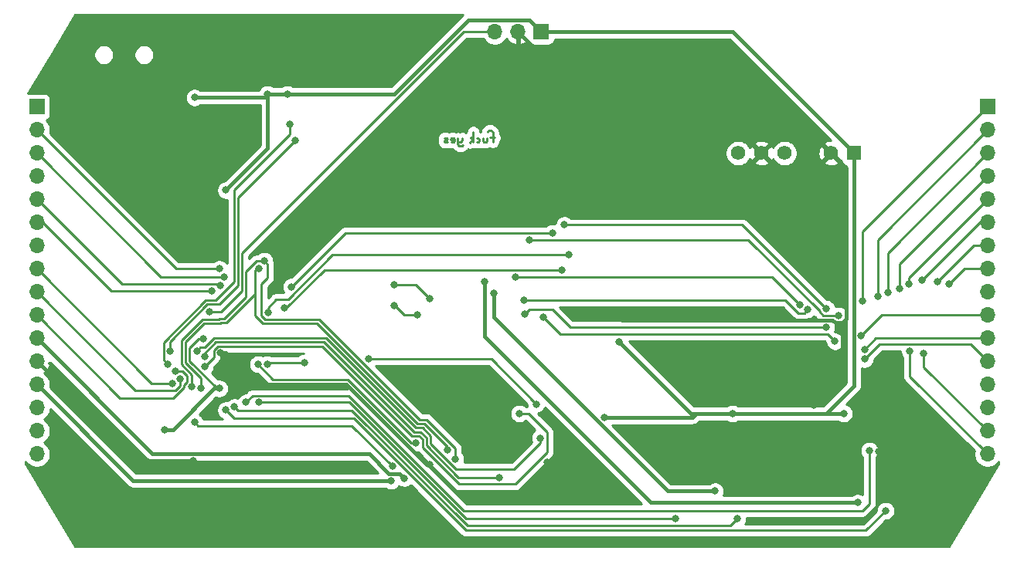
<source format=gbr>
%TF.GenerationSoftware,KiCad,Pcbnew,(5.1.7-0-10_14)*%
%TF.CreationDate,2021-01-27T15:42:45+08:00*%
%TF.ProjectId,BreadControl,42726561-6443-46f6-9e74-726f6c2e6b69,rev?*%
%TF.SameCoordinates,Original*%
%TF.FileFunction,Copper,L2,Bot*%
%TF.FilePolarity,Positive*%
%FSLAX46Y46*%
G04 Gerber Fmt 4.6, Leading zero omitted, Abs format (unit mm)*
G04 Created by KiCad (PCBNEW (5.1.7-0-10_14)) date 2021-01-27 15:42:45*
%MOMM*%
%LPD*%
G01*
G04 APERTURE LIST*
%TA.AperFunction,ComponentPad*%
%ADD10C,1.575000*%
%TD*%
%TA.AperFunction,ComponentPad*%
%ADD11R,1.575000X1.575000*%
%TD*%
%TA.AperFunction,ComponentPad*%
%ADD12O,1.700000X1.700000*%
%TD*%
%TA.AperFunction,ComponentPad*%
%ADD13R,1.700000X1.700000*%
%TD*%
%TA.AperFunction,ViaPad*%
%ADD14C,0.800000*%
%TD*%
%TA.AperFunction,Conductor*%
%ADD15C,0.250000*%
%TD*%
%TA.AperFunction,Conductor*%
%ADD16C,0.381000*%
%TD*%
%TA.AperFunction,Conductor*%
%ADD17C,0.254000*%
%TD*%
%TA.AperFunction,Conductor*%
%ADD18C,0.100000*%
%TD*%
G04 APERTURE END LIST*
D10*
%TO.P,PS1,6*%
%TO.N,+9V*%
X114935000Y-43815000D03*
%TO.P,PS1,5*%
%TO.N,GND*%
X117475000Y-43815000D03*
%TO.P,PS1,4*%
%TO.N,-9V*%
X120015000Y-43815000D03*
%TO.P,PS1,2*%
%TO.N,GND*%
X125095000Y-43815000D03*
D11*
%TO.P,PS1,1*%
%TO.N,+5V*%
X127635000Y-43815000D03*
%TD*%
D12*
%TO.P,J3,3*%
%TO.N,Net-(J3-Pad3)*%
X88265000Y-30480000D03*
%TO.P,J3,2*%
%TO.N,GND*%
X90805000Y-30480000D03*
D13*
%TO.P,J3,1*%
%TO.N,+5V*%
X93345000Y-30480000D03*
%TD*%
D12*
%TO.P,J2,16*%
%TO.N,56*%
X142240000Y-76835000D03*
%TO.P,J2,15*%
%TO.N,48*%
X142240000Y-74295000D03*
%TO.P,J2,14*%
%TO.N,40*%
X142240000Y-71755000D03*
%TO.P,J2,13*%
%TO.N,32*%
X142240000Y-69215000D03*
%TO.P,J2,12*%
%TO.N,24*%
X142240000Y-66675000D03*
%TO.P,J2,11*%
%TO.N,16*%
X142240000Y-64135000D03*
%TO.P,J2,10*%
%TO.N,8*%
X142240000Y-61595000D03*
%TO.P,J2,9*%
%TO.N,0*%
X142240000Y-59055000D03*
%TO.P,J2,8*%
%TO.N,CS_H*%
X142240000Y-56515000D03*
%TO.P,J2,7*%
%TO.N,CS_G*%
X142240000Y-53975000D03*
%TO.P,J2,6*%
%TO.N,CS_F*%
X142240000Y-51435000D03*
%TO.P,J2,5*%
%TO.N,CS_E*%
X142240000Y-48895000D03*
%TO.P,J2,4*%
%TO.N,CS_D*%
X142240000Y-46355000D03*
%TO.P,J2,3*%
%TO.N,CS_C*%
X142240000Y-43815000D03*
%TO.P,J2,2*%
%TO.N,CS_B*%
X142240000Y-41275000D03*
D13*
%TO.P,J2,1*%
%TO.N,CS_A*%
X142240000Y-38735000D03*
%TD*%
D12*
%TO.P,J1,16*%
%TO.N,63*%
X38100000Y-76835000D03*
%TO.P,J1,15*%
%TO.N,31*%
X38100000Y-74295000D03*
%TO.P,J1,14*%
%TO.N,1*%
X38100000Y-71755000D03*
%TO.P,J1,13*%
%TO.N,-9V*%
X38100000Y-69215000D03*
%TO.P,J1,12*%
%TO.N,GND*%
X38100000Y-66675000D03*
%TO.P,J1,11*%
%TO.N,+9V*%
X38100000Y-64135000D03*
%TO.P,J1,10*%
%TO.N,STROBE*%
X38100000Y-61595000D03*
%TO.P,J1,9*%
%TO.N,RESET*%
X38100000Y-59055000D03*
%TO.P,J1,8*%
%TO.N,DATA*%
X38100000Y-56515000D03*
%TO.P,J1,7*%
%TO.N,AY2*%
X38100000Y-53975000D03*
%TO.P,J1,6*%
%TO.N,AY1*%
X38100000Y-51435000D03*
%TO.P,J1,5*%
%TO.N,AY0*%
X38100000Y-48895000D03*
%TO.P,J1,4*%
%TO.N,AX3*%
X38100000Y-46355000D03*
%TO.P,J1,3*%
%TO.N,AX2*%
X38100000Y-43815000D03*
%TO.P,J1,2*%
%TO.N,AX1*%
X38100000Y-41275000D03*
D13*
%TO.P,J1,1*%
%TO.N,AX0*%
X38100000Y-38735000D03*
%TD*%
D14*
%TO.N,GND*%
X114173000Y-76708000D03*
X133350000Y-77470000D03*
X102239660Y-62012990D03*
X55245000Y-77597000D03*
X90678000Y-76835000D03*
X85979000Y-74930000D03*
X81153000Y-77978000D03*
X61595000Y-68580000D03*
X58217996Y-65735023D03*
X123190000Y-71501000D03*
X130298301Y-76581377D03*
X101346000Y-80518000D03*
X93980000Y-77724000D03*
X117648475Y-78024475D03*
X76200000Y-36068000D03*
X46025000Y-39319000D03*
%TO.N,ZXLD1_VOUT*%
X112395000Y-80899000D03*
X88138000Y-59182000D03*
%TO.N,ZXLD1_EN*%
X108077000Y-83947000D03*
X62376900Y-71156990D03*
%TO.N,ZXLD2_VOUT*%
X87122000Y-57912000D03*
X128016000Y-82169000D03*
%TO.N,ZXLD2_EN*%
X61004342Y-71156990D03*
X129300032Y-76439991D03*
%TO.N,-9V*%
X76895538Y-79759989D03*
%TO.N,+9V*%
X78355965Y-79479558D03*
%TO.N,STROBE*%
X94615000Y-52578000D03*
X65978252Y-58472429D03*
X53282935Y-67715817D03*
%TO.N,RESET*%
X67437000Y-66802000D03*
X74458990Y-66421000D03*
X63337774Y-66981892D03*
X53782009Y-68582391D03*
X92802428Y-71339428D03*
%TO.N,DATA*%
X62320010Y-66989448D03*
X52918015Y-69085901D03*
X79607134Y-75571341D03*
%TO.N,AY2*%
X90932000Y-72390000D03*
X56482132Y-67225809D03*
%TO.N,AY1*%
X57270376Y-58925304D03*
%TO.N,AY0*%
X58205897Y-58298820D03*
%TO.N,AX3*%
X88773000Y-79411990D03*
X56515000Y-66167000D03*
%TO.N,AX2*%
X58583990Y-57373040D03*
%TO.N,AX1*%
X58084105Y-56506935D03*
%TO.N,AX0*%
X93222660Y-75061660D03*
X55604726Y-65545302D03*
%TO.N,56*%
X133731004Y-65532000D03*
%TO.N,48*%
X135255000Y-65786000D03*
%TO.N,40*%
X95885000Y-51689000D03*
X124581635Y-60898087D03*
%TO.N,32*%
X92075000Y-53303010D03*
X125933248Y-61623097D03*
%TO.N,24*%
X128778000Y-66421000D03*
X125522180Y-64474760D03*
X93599000Y-61849000D03*
%TO.N,16*%
X128796268Y-65335011D03*
X124587000Y-62929118D03*
X91567000Y-61468000D03*
%TO.N,8*%
X91440000Y-59944000D03*
X122555000Y-60960000D03*
X128397000Y-63881000D03*
%TO.N,0*%
X90551000Y-57367010D03*
X121678310Y-60448076D03*
%TO.N,CS_H*%
X138049000Y-58166000D03*
%TO.N,CS_G*%
X136779000Y-57912000D03*
%TO.N,CS_F*%
X135081392Y-57748010D03*
%TO.N,CS_E*%
X133622115Y-58198021D03*
%TO.N,CS_D*%
X132588000Y-58648032D03*
%TO.N,CS_C*%
X131297048Y-59098043D03*
%TO.N,CS_B*%
X130214409Y-59548054D03*
%TO.N,CS_A*%
X128524000Y-59998065D03*
%TO.N,Net-(J3-Pad3)*%
X57016408Y-61246110D03*
%TO.N,+5V*%
X126492000Y-72390000D03*
X114300000Y-72390000D03*
X63373000Y-37338000D03*
X65531990Y-37338000D03*
X101854000Y-64479010D03*
X55372000Y-37719000D03*
X100292176Y-72799504D03*
X52070000Y-74168000D03*
X58081300Y-69635763D03*
X58801000Y-47879000D03*
X56351522Y-64210012D03*
%TO.N,I2C_SCL*%
X56070397Y-69639801D03*
X83043974Y-76385974D03*
X62417068Y-56444215D03*
%TO.N,I2C_SDA*%
X83942530Y-77394976D03*
X55089340Y-69442171D03*
X62992000Y-55626000D03*
%TO.N,ZXLD1_SENSE*%
X114808000Y-83947000D03*
X59735939Y-71654156D03*
%TO.N,X0_ADC*%
X79756000Y-61595000D03*
X77216000Y-60579000D03*
%TO.N,X1_ADC*%
X81153000Y-59817000D03*
X77216000Y-58293000D03*
%TO.N,ZXLD2_SENSE*%
X58801000Y-72009000D03*
X131064000Y-83058000D03*
%TO.N,USB_Tx*%
X52468011Y-66969295D03*
X65786000Y-40640000D03*
%TO.N,USB_Rx*%
X52705000Y-65532000D03*
X66421000Y-42389490D03*
%TO.N,CS_I*%
X55355202Y-73326460D03*
X77055383Y-78178977D03*
%TO.N,PF1*%
X96393000Y-54991000D03*
X63394669Y-61320435D03*
%TO.N,PF0*%
X95631000Y-56642000D03*
X65252103Y-60831405D03*
%TD*%
D15*
%TO.N,*%
X83439000Y-42265600D02*
X83515200Y-42189400D01*
X84201000Y-42570400D02*
X84201000Y-42189400D01*
X87579200Y-41325800D02*
X87452200Y-41452800D01*
X87401400Y-42189400D02*
X87401400Y-42392600D01*
X86944200Y-42494200D02*
X86944200Y-42189400D01*
X87071200Y-42621200D02*
X86969600Y-42519600D01*
X85801200Y-42316400D02*
X85801200Y-42367200D01*
X85801200Y-42367200D02*
X85521800Y-42646600D01*
X85801200Y-42316400D02*
X85902800Y-42418000D01*
X85598000Y-42113200D02*
X85801200Y-42316400D01*
X86283800Y-42189400D02*
X86436200Y-42189400D01*
X86563200Y-42316400D02*
X86563200Y-42545000D01*
X86563200Y-42545000D02*
X86487000Y-42621200D01*
X86436200Y-42189400D02*
X86563200Y-42316400D01*
X86487000Y-42621200D02*
X86283800Y-42621200D01*
X83439000Y-42316400D02*
X83439000Y-42265600D01*
X87401400Y-42392600D02*
X87401400Y-42494200D01*
X83845400Y-42291000D02*
X83845400Y-42519600D01*
X83515200Y-42189400D02*
X83743800Y-42189400D01*
X83693000Y-42316400D02*
X83439000Y-42316400D01*
X83515200Y-42595800D02*
X83489800Y-42595800D01*
X87833200Y-41325800D02*
X87579200Y-41325800D01*
X87401400Y-42494200D02*
X87299800Y-42595800D01*
X88036400Y-42113200D02*
X87757000Y-42113200D01*
X88036400Y-42113200D02*
X88036400Y-41706800D01*
X88036400Y-41529000D02*
X87833200Y-41325800D01*
X88036400Y-42595800D02*
X88036400Y-42113200D01*
X87299800Y-42595800D02*
X87274400Y-42621200D01*
X82727800Y-42468800D02*
X82727800Y-42570400D01*
X83058000Y-42265600D02*
X82905600Y-42418000D01*
X87274400Y-42621200D02*
X87071200Y-42621200D01*
X82727800Y-42164000D02*
X82956400Y-42164000D01*
X82727800Y-42570400D02*
X82778600Y-42621200D01*
X82956400Y-42164000D02*
X83058000Y-42265600D01*
X82905600Y-42418000D02*
X82778600Y-42418000D01*
X82778600Y-42621200D02*
X83083400Y-42621200D01*
X82778600Y-42418000D02*
X82727800Y-42468800D01*
X85902800Y-42621200D02*
X85902800Y-41503600D01*
X85902800Y-42418000D02*
X85902800Y-42621200D01*
X88036400Y-42113200D02*
X88239600Y-42113200D01*
X83845400Y-42519600D02*
X83769200Y-42595800D01*
X83769200Y-42595800D02*
X83515200Y-42595800D01*
X84709000Y-42189400D02*
X84709000Y-42418000D01*
X84734400Y-42926000D02*
X84734400Y-42900600D01*
X84328000Y-43002200D02*
X84658200Y-43002200D01*
X84658200Y-43002200D02*
X84734400Y-42926000D01*
X84709000Y-42418000D02*
X84556600Y-42570400D01*
X84556600Y-42570400D02*
X84201000Y-42570400D01*
X84201000Y-42570400D02*
X84201000Y-42875200D01*
X84201000Y-42875200D02*
X84328000Y-43002200D01*
X83743800Y-42189400D02*
X83845400Y-42291000D01*
X86969600Y-42519600D02*
X86944200Y-42494200D01*
X88036400Y-41706800D02*
X88036400Y-41529000D01*
D16*
%TO.N,GND*%
X38100000Y-66675000D02*
X48895000Y-77470000D01*
X48895000Y-77470000D02*
X49022000Y-77597000D01*
X49022000Y-77597000D02*
X55245000Y-77597000D01*
X126723750Y-45443750D02*
X126723750Y-62002539D01*
X102365278Y-62138608D02*
X102239660Y-62012990D01*
X126723750Y-62002539D02*
X126312690Y-62413599D01*
X125095000Y-43815000D02*
X126723750Y-45443750D01*
X125278815Y-62138608D02*
X102365278Y-62138608D01*
X126312690Y-62413599D02*
X125553806Y-62413599D01*
X125553806Y-62413599D02*
X125278815Y-62138608D01*
D15*
X81153000Y-77978000D02*
X80772000Y-77978000D01*
X80772000Y-77978000D02*
X71882000Y-69088000D01*
X71882000Y-69088000D02*
X62103000Y-69088000D01*
X62103000Y-69088000D02*
X61595000Y-68580000D01*
D16*
X126312690Y-68378310D02*
X123190000Y-71501000D01*
X126312690Y-62413599D02*
X126312690Y-68378310D01*
X101346000Y-80518000D02*
X98679000Y-77851000D01*
X94107000Y-77851000D02*
X93980000Y-77724000D01*
X98679000Y-77851000D02*
X94107000Y-77851000D01*
X131186924Y-77470000D02*
X130298301Y-76581377D01*
X133350000Y-77470000D02*
X131186924Y-77470000D01*
X114173000Y-76708000D02*
X115489475Y-78024475D01*
X115489475Y-78024475D02*
X117648475Y-78024475D01*
X76200000Y-36068000D02*
X55499000Y-36068000D01*
X55499000Y-36068000D02*
X53975000Y-37592000D01*
X47752000Y-37592000D02*
X46025000Y-39319000D01*
X53975000Y-37592000D02*
X47752000Y-37592000D01*
X88773000Y-74930000D02*
X90678000Y-76835000D01*
X85979000Y-74930000D02*
X88773000Y-74930000D01*
X71945500Y-69151500D02*
X71882000Y-69151500D01*
X80772000Y-77978000D02*
X71945500Y-69151500D01*
X62166500Y-69151500D02*
X61595000Y-68580000D01*
X71945500Y-69151500D02*
X62166500Y-69151500D01*
X58750023Y-65735023D02*
X58217996Y-65735023D01*
X61595000Y-68580000D02*
X58750023Y-65735023D01*
X92583000Y-32258000D02*
X90805000Y-30480000D01*
X113538000Y-32258000D02*
X92583000Y-32258000D01*
X125095000Y-43815000D02*
X113538000Y-32258000D01*
X123571000Y-42291000D02*
X118999000Y-42291000D01*
X118999000Y-42291000D02*
X117475000Y-43815000D01*
X125095000Y-43815000D02*
X123571000Y-42291000D01*
%TO.N,ZXLD1_VOUT*%
X88138000Y-61850892D02*
X88138000Y-59182000D01*
X112395000Y-80899000D02*
X107186108Y-80899000D01*
X107186108Y-80899000D02*
X88138000Y-61850892D01*
D15*
%TO.N,ZXLD1_EN*%
X108077000Y-83947000D02*
X85121548Y-83947000D01*
X85121548Y-83947000D02*
X72331538Y-71156990D01*
X72331538Y-71156990D02*
X62376900Y-71156990D01*
D16*
%TO.N,ZXLD2_VOUT*%
X105377042Y-82169000D02*
X128016000Y-82169000D01*
X87122000Y-57912000D02*
X87122000Y-63913958D01*
X87122000Y-63913958D02*
X105377042Y-82169000D01*
D15*
%TO.N,ZXLD2_EN*%
X72242946Y-70431988D02*
X84868958Y-83058000D01*
X128524000Y-83058000D02*
X129300032Y-82281968D01*
X84868958Y-83058000D02*
X128524000Y-83058000D01*
X61729344Y-70431988D02*
X72242946Y-70431988D01*
X129300032Y-82281968D02*
X129300032Y-76439991D01*
X61004342Y-71156990D02*
X61729344Y-70431988D01*
D16*
%TO.N,-9V*%
X38100000Y-69215000D02*
X48644989Y-79759989D01*
X48644989Y-79759989D02*
X76895538Y-79759989D01*
%TO.N,+9V*%
X38100000Y-64135000D02*
X50771498Y-76806498D01*
X77845886Y-78969479D02*
X78355965Y-79479558D01*
X74512960Y-76806498D02*
X76675941Y-78969479D01*
X76675941Y-78969479D02*
X77845886Y-78969479D01*
X50771498Y-76806498D02*
X74512960Y-76806498D01*
D15*
%TO.N,STROBE*%
X94615000Y-52578000D02*
X71872681Y-52578000D01*
X71872681Y-52578000D02*
X65978252Y-58472429D01*
X47189991Y-70684991D02*
X53027908Y-70684991D01*
X54509538Y-68229770D02*
X53995585Y-67715817D01*
X53995585Y-67715817D02*
X53282935Y-67715817D01*
X54509538Y-68934776D02*
X54509538Y-68229770D01*
X54195539Y-69248775D02*
X54509538Y-68934776D01*
X54195539Y-69517360D02*
X54195539Y-69248775D01*
X38100000Y-61595000D02*
X47189991Y-70684991D01*
X53027908Y-70684991D02*
X54195539Y-69517360D01*
%TO.N,RESET*%
X63517666Y-66802000D02*
X63337774Y-66981892D01*
X67437000Y-66802000D02*
X63517666Y-66802000D01*
X38100000Y-59055000D02*
X48866771Y-69821771D01*
X48866771Y-69821771D02*
X53254717Y-69821771D01*
X53745528Y-68618872D02*
X53782009Y-68582391D01*
X53254717Y-69821771D02*
X53745528Y-69330960D01*
X53745528Y-69330960D02*
X53745528Y-68618872D01*
X74458990Y-66421000D02*
X87884000Y-66421000D01*
X87884000Y-66421000D02*
X92802428Y-71339428D01*
%TO.N,DATA*%
X50670901Y-69085901D02*
X52918015Y-69085901D01*
X38100000Y-56515000D02*
X50670901Y-69085901D01*
X62320010Y-66989448D02*
X63966552Y-68635990D01*
X63966552Y-68635990D02*
X72159032Y-68635990D01*
X72159032Y-68635990D02*
X79094383Y-75571341D01*
X79094383Y-75571341D02*
X79607134Y-75571341D01*
%TO.N,AY2*%
X57897347Y-65010013D02*
X57492986Y-65414373D01*
X69385014Y-65010013D02*
X57897347Y-65010013D01*
X93980000Y-74422000D02*
X93980000Y-76650996D01*
X57492986Y-65414373D02*
X57492986Y-66214955D01*
X79955136Y-74846339D02*
X79221340Y-74846339D01*
X90493996Y-80137000D02*
X84386413Y-80137000D01*
X91948000Y-72390000D02*
X93980000Y-74422000D01*
X79221340Y-74846339D02*
X69385014Y-65010013D01*
X57492986Y-66214955D02*
X56482132Y-67225809D01*
X90932000Y-72390000D02*
X91948000Y-72390000D01*
X80332136Y-75223339D02*
X79955136Y-74846339D01*
X80332136Y-76082723D02*
X80332136Y-75223339D01*
X93980000Y-76650996D02*
X90493996Y-80137000D01*
X84386413Y-80137000D02*
X80332136Y-76082723D01*
%TO.N,AY1*%
X46225304Y-58925304D02*
X57270376Y-58925304D01*
X38735000Y-51435000D02*
X46225304Y-58925304D01*
X38100000Y-51435000D02*
X38735000Y-51435000D01*
%TO.N,AY0*%
X58107379Y-58200302D02*
X58205897Y-58298820D01*
X47405302Y-58200302D02*
X58107379Y-58200302D01*
X38100000Y-48895000D02*
X47405302Y-58200302D01*
%TO.N,AX3*%
X80782147Y-75036939D02*
X80141536Y-74396328D01*
X57710947Y-64560002D02*
X56515000Y-65755949D01*
X79407740Y-74396328D02*
X69571414Y-64560002D01*
X84297814Y-79411990D02*
X80782147Y-75896323D01*
X56515000Y-65755949D02*
X56515000Y-66167000D01*
X88773000Y-79411990D02*
X84297814Y-79411990D01*
X69571414Y-64560002D02*
X57710947Y-64560002D01*
X80141536Y-74396328D02*
X79407740Y-74396328D01*
X80782147Y-75896323D02*
X80782147Y-75036939D01*
%TO.N,AX2*%
X51658040Y-57373040D02*
X58583990Y-57373040D01*
X38100000Y-43815000D02*
X51658040Y-57373040D01*
%TO.N,AX1*%
X53331935Y-56506935D02*
X58084105Y-56506935D01*
X38100000Y-41275000D02*
X53331935Y-56506935D01*
%TO.N,AX0*%
X79594140Y-73946317D02*
X69757814Y-64109991D01*
X81232158Y-75709923D02*
X81232158Y-74850539D01*
X81232158Y-74850539D02*
X80327936Y-73946317D01*
X57524547Y-64109991D02*
X56489235Y-65145303D01*
X93222660Y-75061660D02*
X93222660Y-75627345D01*
X90382206Y-78467799D02*
X83990034Y-78467799D01*
X93222660Y-75627345D02*
X90382206Y-78467799D01*
X56004725Y-65145303D02*
X55604726Y-65545302D01*
X69757814Y-64109991D02*
X57524547Y-64109991D01*
X83990034Y-78467799D02*
X81232158Y-75709923D01*
X80327936Y-73946317D02*
X79594140Y-73946317D01*
X56489235Y-65145303D02*
X56004725Y-65145303D01*
%TO.N,56*%
X142240000Y-76835000D02*
X133731004Y-68326004D01*
X133731004Y-68326004D02*
X133731004Y-65532000D01*
%TO.N,48*%
X135255000Y-67310000D02*
X142240000Y-74295000D01*
X135255000Y-65786000D02*
X135255000Y-67310000D01*
%TO.N,40*%
X115372548Y-51689000D02*
X124581635Y-60898087D01*
X95885000Y-51689000D02*
X115372548Y-51689000D01*
%TO.N,32*%
X124233643Y-61623097D02*
X125933248Y-61623097D01*
X92075000Y-53303010D02*
X116040556Y-53303010D01*
X123856634Y-61246088D02*
X124233643Y-61623097D01*
X123856634Y-61119088D02*
X123856634Y-61246088D01*
X116040556Y-53303010D02*
X123856634Y-61119088D01*
%TO.N,24*%
X130392001Y-64806999D02*
X140371999Y-64806999D01*
X140371999Y-64806999D02*
X142240000Y-66675000D01*
X128778000Y-66421000D02*
X130392001Y-64806999D01*
X125522180Y-64474760D02*
X124701539Y-63654119D01*
X95404119Y-63654119D02*
X93599000Y-61849000D01*
X124701539Y-63654119D02*
X95404119Y-63654119D01*
%TO.N,16*%
X129996279Y-64135000D02*
X128796268Y-65335011D01*
X142240000Y-64135000D02*
X129996279Y-64135000D01*
X124587000Y-62929118D02*
X96514120Y-62929118D01*
X96514120Y-62929118D02*
X94582001Y-60996999D01*
X94582001Y-60996999D02*
X92038001Y-60996999D01*
X92038001Y-60996999D02*
X91567000Y-61468000D01*
%TO.N,8*%
X130683000Y-61595000D02*
X142240000Y-61595000D01*
X128397000Y-63881000D02*
X130683000Y-61595000D01*
X120102172Y-59944000D02*
X121518171Y-61359999D01*
X91440000Y-59944000D02*
X120102172Y-59944000D01*
X121518171Y-61359999D02*
X122155001Y-61359999D01*
X122155001Y-61359999D02*
X122555000Y-60960000D01*
%TO.N,0*%
X118597244Y-57367010D02*
X121678310Y-60448076D01*
X90551000Y-57367010D02*
X118597244Y-57367010D01*
%TO.N,CS_H*%
X139700000Y-56515000D02*
X138049000Y-58166000D01*
X142240000Y-56515000D02*
X139700000Y-56515000D01*
%TO.N,CS_G*%
X140716000Y-53975000D02*
X142240000Y-53975000D01*
X136779000Y-57912000D02*
X140716000Y-53975000D01*
%TO.N,CS_F*%
X142240000Y-51435000D02*
X141394402Y-51435000D01*
X141394402Y-51435000D02*
X135081392Y-57748010D01*
%TO.N,CS_E*%
X133622115Y-57512885D02*
X133622115Y-58198021D01*
X142240000Y-48895000D02*
X133622115Y-57512885D01*
%TO.N,CS_D*%
X142240000Y-46355000D02*
X132588000Y-56007000D01*
X132588000Y-56007000D02*
X132588000Y-58648032D01*
%TO.N,CS_C*%
X131297048Y-54757952D02*
X131297048Y-59098043D01*
X142240000Y-43815000D02*
X131297048Y-54757952D01*
%TO.N,CS_B*%
X130214409Y-53300591D02*
X130214409Y-59548054D01*
X142240000Y-41275000D02*
X130214409Y-53300591D01*
%TO.N,CS_A*%
X128524000Y-52451000D02*
X128524000Y-59998065D01*
X142240000Y-38735000D02*
X128524000Y-52451000D01*
%TO.N,Net-(J3-Pad3)*%
X84876027Y-30480000D02*
X60567978Y-54788049D01*
X60567978Y-54788049D02*
X60567978Y-58949751D01*
X58271619Y-61246110D02*
X57016408Y-61246110D01*
X60567978Y-58949751D02*
X58271619Y-61246110D01*
X88265000Y-30480000D02*
X84876027Y-30480000D01*
D16*
%TO.N,+5V*%
X117602000Y-72390000D02*
X114300000Y-72390000D01*
X117602000Y-72390000D02*
X110363000Y-72390000D01*
X126492000Y-72390000D02*
X124587000Y-72390000D01*
X124587000Y-72390000D02*
X117602000Y-72390000D01*
X109764990Y-72390000D02*
X102253999Y-64879009D01*
X110363000Y-72390000D02*
X109764990Y-72390000D01*
X102253999Y-64879009D02*
X101854000Y-64479010D01*
X124587000Y-72390000D02*
X127606499Y-69370501D01*
X127606499Y-69370501D02*
X127606499Y-43843501D01*
X127606499Y-43843501D02*
X127635000Y-43815000D01*
X62992000Y-37719000D02*
X63373000Y-37338000D01*
X55372000Y-37719000D02*
X62992000Y-37719000D01*
X63373000Y-37338000D02*
X65531990Y-37338000D01*
X65531990Y-37338000D02*
X77216000Y-37338000D01*
X77216000Y-37338000D02*
X85344000Y-29210000D01*
X92075000Y-29210000D02*
X93345000Y-30480000D01*
X85344000Y-29210000D02*
X92075000Y-29210000D01*
X114300000Y-30480000D02*
X127635000Y-43815000D01*
X93345000Y-30480000D02*
X114300000Y-30480000D01*
X109953496Y-72799504D02*
X100857861Y-72799504D01*
X100857861Y-72799504D02*
X100292176Y-72799504D01*
X110363000Y-72390000D02*
X109953496Y-72799504D01*
X63373000Y-43307000D02*
X63373000Y-37338000D01*
X58801000Y-47879000D02*
X63373000Y-43307000D01*
X52983378Y-74168000D02*
X52070000Y-74168000D01*
X57515615Y-69635763D02*
X52983378Y-74168000D01*
X58081300Y-69635763D02*
X57515615Y-69635763D01*
D15*
X54825791Y-66594788D02*
X54825791Y-65170058D01*
X57866766Y-69635763D02*
X54825791Y-66594788D01*
X55785837Y-64210012D02*
X56351522Y-64210012D01*
X58081300Y-69635763D02*
X57866766Y-69635763D01*
X54825791Y-65170058D02*
X55785837Y-64210012D01*
%TO.N,I2C_SCL*%
X83043974Y-76025944D02*
X83043974Y-76385974D01*
X80514336Y-73496306D02*
X83043974Y-76025944D01*
X62880832Y-62516013D02*
X68800248Y-62516013D01*
X68800248Y-62516013D02*
X79780540Y-73496306D01*
X61976000Y-61611181D02*
X62880832Y-62516013D01*
X61976000Y-56647767D02*
X61976000Y-61611181D01*
X79780540Y-73496306D02*
X80514336Y-73496306D01*
X56070397Y-68517807D02*
X56070397Y-69639801D01*
X56393468Y-62477121D02*
X54375780Y-64494809D01*
X58245000Y-62393998D02*
X58161877Y-62477121D01*
X58161877Y-62477121D02*
X56393468Y-62477121D01*
X54375780Y-66823190D02*
X56070397Y-68517807D01*
X54375780Y-64494809D02*
X54375780Y-66823190D01*
X58833146Y-62393998D02*
X58245000Y-62393998D01*
X61976000Y-59251144D02*
X58833146Y-62393998D01*
X61976000Y-56647767D02*
X61976000Y-59251144D01*
X61976000Y-56647767D02*
X62179552Y-56444215D01*
X62179552Y-56444215D02*
X62417068Y-56444215D01*
%TO.N,I2C_SDA*%
X61017989Y-56780322D02*
X62172311Y-55626000D01*
X62172311Y-55626000D02*
X62992000Y-55626000D01*
X62654043Y-58192101D02*
X63391999Y-57454145D01*
X61017989Y-59572744D02*
X61017989Y-56780322D01*
X83942530Y-77394976D02*
X83942530Y-76196383D01*
X53925769Y-64308409D02*
X56207068Y-62027110D01*
X55089340Y-69442171D02*
X55089340Y-68173161D01*
X69030990Y-62066002D02*
X63067232Y-62066002D01*
X63067232Y-62066002D02*
X62654043Y-61652813D01*
X62654043Y-61652813D02*
X62654043Y-58192101D01*
X63391999Y-57454145D02*
X63391999Y-56025999D01*
X80792442Y-73046295D02*
X80011283Y-73046295D01*
X63391999Y-56025999D02*
X62992000Y-55626000D01*
X56207068Y-62027110D02*
X57975477Y-62027110D01*
X58646746Y-61943987D02*
X61017989Y-59572744D01*
X53925769Y-67009590D02*
X53925769Y-64308409D01*
X57975477Y-62027110D02*
X58058600Y-61943987D01*
X83942530Y-76196383D02*
X80792442Y-73046295D01*
X58058600Y-61943987D02*
X58646746Y-61943987D01*
X80011283Y-73046295D02*
X69030990Y-62066002D01*
X55089340Y-68173161D02*
X53925769Y-67009590D01*
%TO.N,ZXLD1_SENSE*%
X85247138Y-84709000D02*
X72592293Y-72054155D01*
X114046000Y-84709000D02*
X85247138Y-84709000D01*
X114808000Y-83947000D02*
X114046000Y-84709000D01*
X72592293Y-72054155D02*
X60135938Y-72054155D01*
X60135938Y-72054155D02*
X59735939Y-71654156D01*
%TO.N,X0_ADC*%
X79756000Y-61595000D02*
X78359000Y-61595000D01*
X78359000Y-61595000D02*
X77343000Y-60579000D01*
X77343000Y-60579000D02*
X77216000Y-60579000D01*
%TO.N,X1_ADC*%
X79629000Y-58293000D02*
X77216000Y-58293000D01*
X81153000Y-59817000D02*
X79629000Y-58293000D01*
%TO.N,ZXLD2_SENSE*%
X72799728Y-72898000D02*
X85118728Y-85217000D01*
X59690000Y-72898000D02*
X72799728Y-72898000D01*
X128905000Y-85217000D02*
X131064000Y-83058000D01*
X58801000Y-72009000D02*
X59690000Y-72898000D01*
X85118728Y-85217000D02*
X128905000Y-85217000D01*
%TO.N,USB_Tx*%
X59667956Y-47831729D02*
X65786000Y-41713685D01*
X51979998Y-66481282D02*
X51979998Y-64573105D01*
X52468011Y-66969295D02*
X51979998Y-66481282D01*
X65786000Y-41713685D02*
X65786000Y-40640000D01*
X57647559Y-59959919D02*
X59667956Y-57939522D01*
X56593184Y-59959919D02*
X57647559Y-59959919D01*
X59667956Y-57939522D02*
X59667956Y-47831729D01*
X51979998Y-64573105D02*
X56593184Y-59959919D01*
%TO.N,USB_Rx*%
X52705000Y-65532000D02*
X52705000Y-64484514D01*
X60117967Y-48692523D02*
X66421000Y-42389490D01*
X58082481Y-60409930D02*
X60117967Y-58374444D01*
X60117967Y-58374444D02*
X60117967Y-48692523D01*
X52705000Y-64484514D02*
X56779584Y-60409930D01*
X56779584Y-60409930D02*
X58082481Y-60409930D01*
%TO.N,CS_I*%
X55355202Y-73326460D02*
X55755201Y-73726459D01*
X55755201Y-73726459D02*
X72602865Y-73726459D01*
X72602865Y-73726459D02*
X77055383Y-78178977D01*
%TO.N,PF1*%
X96393000Y-54991000D02*
X70485000Y-54991000D01*
X70485000Y-54991000D02*
X65622002Y-59853998D01*
X65622002Y-59853998D02*
X64295421Y-59853998D01*
X63394669Y-60754750D02*
X63394669Y-61320435D01*
X64295421Y-59853998D02*
X63394669Y-60754750D01*
%TO.N,PF0*%
X65395865Y-60831405D02*
X65252103Y-60831405D01*
X69585270Y-56642000D02*
X65395865Y-60831405D01*
X95631000Y-56642000D02*
X69585270Y-56642000D01*
%TD*%
D17*
%TO.N,GND*%
X132696004Y-65633939D02*
X132735778Y-65833898D01*
X132813799Y-66022256D01*
X132927067Y-66191774D01*
X132971005Y-66235712D01*
X132971004Y-68288681D01*
X132967328Y-68326004D01*
X132971004Y-68363326D01*
X132971004Y-68363336D01*
X132982001Y-68474989D01*
X133021181Y-68604149D01*
X133025458Y-68618250D01*
X133096030Y-68750280D01*
X133121933Y-68781842D01*
X133191003Y-68866005D01*
X133220007Y-68889808D01*
X140798790Y-76468592D01*
X140755000Y-76688740D01*
X140755000Y-76981260D01*
X140812068Y-77268158D01*
X140924010Y-77538411D01*
X141086525Y-77781632D01*
X141293368Y-77988475D01*
X141536589Y-78150990D01*
X141806842Y-78262932D01*
X142093740Y-78320000D01*
X142386260Y-78320000D01*
X142673158Y-78262932D01*
X142943411Y-78150990D01*
X143186632Y-77988475D01*
X143393475Y-77781632D01*
X143485001Y-77644654D01*
X143485001Y-77922188D01*
X138056315Y-86970000D01*
X42283685Y-86970000D01*
X36855000Y-77922192D01*
X36855000Y-77644655D01*
X36946525Y-77781632D01*
X37153368Y-77988475D01*
X37396589Y-78150990D01*
X37666842Y-78262932D01*
X37953740Y-78320000D01*
X38246260Y-78320000D01*
X38533158Y-78262932D01*
X38803411Y-78150990D01*
X39046632Y-77988475D01*
X39253475Y-77781632D01*
X39415990Y-77538411D01*
X39527932Y-77268158D01*
X39585000Y-76981260D01*
X39585000Y-76688740D01*
X39527932Y-76401842D01*
X39415990Y-76131589D01*
X39253475Y-75888368D01*
X39046632Y-75681525D01*
X38872240Y-75565000D01*
X39046632Y-75448475D01*
X39253475Y-75241632D01*
X39415990Y-74998411D01*
X39527932Y-74728158D01*
X39585000Y-74441260D01*
X39585000Y-74148740D01*
X39527932Y-73861842D01*
X39415990Y-73591589D01*
X39253475Y-73348368D01*
X39046632Y-73141525D01*
X38872240Y-73025000D01*
X39046632Y-72908475D01*
X39253475Y-72701632D01*
X39415990Y-72458411D01*
X39527932Y-72188158D01*
X39585000Y-71901260D01*
X39585000Y-71867432D01*
X48032596Y-80315029D01*
X48058448Y-80346530D01*
X48128022Y-80403628D01*
X48184145Y-80449687D01*
X48184147Y-80449688D01*
X48327555Y-80526342D01*
X48483163Y-80573545D01*
X48604436Y-80585489D01*
X48604445Y-80585489D01*
X48644988Y-80589482D01*
X48685531Y-80585489D01*
X76268035Y-80585489D01*
X76405282Y-80677194D01*
X76593640Y-80755215D01*
X76793599Y-80794989D01*
X76997477Y-80794989D01*
X77197436Y-80755215D01*
X77385794Y-80677194D01*
X77555312Y-80563926D01*
X77699475Y-80419763D01*
X77761409Y-80327072D01*
X77865709Y-80396763D01*
X78054067Y-80474784D01*
X78254026Y-80514558D01*
X78457904Y-80514558D01*
X78657863Y-80474784D01*
X78846221Y-80396763D01*
X79015739Y-80283495D01*
X79063080Y-80236154D01*
X84554929Y-85728003D01*
X84578727Y-85757001D01*
X84607725Y-85780799D01*
X84694451Y-85851974D01*
X84826481Y-85922546D01*
X84969742Y-85966003D01*
X85081395Y-85977000D01*
X85081405Y-85977000D01*
X85118728Y-85980676D01*
X85156051Y-85977000D01*
X128867678Y-85977000D01*
X128905000Y-85980676D01*
X128942322Y-85977000D01*
X128942333Y-85977000D01*
X129053986Y-85966003D01*
X129197247Y-85922546D01*
X129329276Y-85851974D01*
X129445001Y-85757001D01*
X129468804Y-85727997D01*
X131103802Y-84093000D01*
X131165939Y-84093000D01*
X131365898Y-84053226D01*
X131554256Y-83975205D01*
X131723774Y-83861937D01*
X131867937Y-83717774D01*
X131981205Y-83548256D01*
X132059226Y-83359898D01*
X132099000Y-83159939D01*
X132099000Y-82956061D01*
X132059226Y-82756102D01*
X131981205Y-82567744D01*
X131867937Y-82398226D01*
X131723774Y-82254063D01*
X131554256Y-82140795D01*
X131365898Y-82062774D01*
X131165939Y-82023000D01*
X130962061Y-82023000D01*
X130762102Y-82062774D01*
X130573744Y-82140795D01*
X130404226Y-82254063D01*
X130260063Y-82398226D01*
X130146795Y-82567744D01*
X130068774Y-82756102D01*
X130029000Y-82956061D01*
X130029000Y-83018198D01*
X128590199Y-84457000D01*
X115712013Y-84457000D01*
X115725205Y-84437256D01*
X115803226Y-84248898D01*
X115843000Y-84048939D01*
X115843000Y-83845061D01*
X115837617Y-83818000D01*
X128486678Y-83818000D01*
X128524000Y-83821676D01*
X128561322Y-83818000D01*
X128561333Y-83818000D01*
X128672986Y-83807003D01*
X128816247Y-83763546D01*
X128948276Y-83692974D01*
X129064001Y-83598001D01*
X129087803Y-83568998D01*
X129811036Y-82845766D01*
X129840033Y-82821969D01*
X129866364Y-82789885D01*
X129935006Y-82706245D01*
X130005578Y-82574215D01*
X130013834Y-82546998D01*
X130049035Y-82430954D01*
X130060032Y-82319301D01*
X130060032Y-82319291D01*
X130063708Y-82281968D01*
X130060032Y-82244646D01*
X130060032Y-77143702D01*
X130103969Y-77099765D01*
X130217237Y-76930247D01*
X130295258Y-76741889D01*
X130335032Y-76541930D01*
X130335032Y-76338052D01*
X130295258Y-76138093D01*
X130217237Y-75949735D01*
X130103969Y-75780217D01*
X129959806Y-75636054D01*
X129790288Y-75522786D01*
X129601930Y-75444765D01*
X129401971Y-75404991D01*
X129198093Y-75404991D01*
X128998134Y-75444765D01*
X128809776Y-75522786D01*
X128640258Y-75636054D01*
X128496095Y-75780217D01*
X128382827Y-75949735D01*
X128304806Y-76138093D01*
X128265032Y-76338052D01*
X128265032Y-76541930D01*
X128304806Y-76741889D01*
X128382827Y-76930247D01*
X128496095Y-77099765D01*
X128540033Y-77143703D01*
X128540032Y-81274363D01*
X128506256Y-81251795D01*
X128317898Y-81173774D01*
X128117939Y-81134000D01*
X127914061Y-81134000D01*
X127714102Y-81173774D01*
X127525744Y-81251795D01*
X127388497Y-81343500D01*
X113331158Y-81343500D01*
X113390226Y-81200898D01*
X113430000Y-81000939D01*
X113430000Y-80797061D01*
X113390226Y-80597102D01*
X113312205Y-80408744D01*
X113198937Y-80239226D01*
X113054774Y-80095063D01*
X112885256Y-79981795D01*
X112696898Y-79903774D01*
X112496939Y-79864000D01*
X112293061Y-79864000D01*
X112093102Y-79903774D01*
X111904744Y-79981795D01*
X111767497Y-80073500D01*
X107528042Y-80073500D01*
X101079545Y-73625004D01*
X109912946Y-73625004D01*
X109953496Y-73628998D01*
X109994046Y-73625004D01*
X109994049Y-73625004D01*
X110115322Y-73613060D01*
X110270930Y-73565857D01*
X110414338Y-73489203D01*
X110540037Y-73386045D01*
X110565894Y-73354538D01*
X110704932Y-73215500D01*
X113672497Y-73215500D01*
X113809744Y-73307205D01*
X113998102Y-73385226D01*
X114198061Y-73425000D01*
X114401939Y-73425000D01*
X114601898Y-73385226D01*
X114790256Y-73307205D01*
X114927503Y-73215500D01*
X124546450Y-73215500D01*
X124587000Y-73219494D01*
X124627550Y-73215500D01*
X125864497Y-73215500D01*
X126001744Y-73307205D01*
X126190102Y-73385226D01*
X126390061Y-73425000D01*
X126593939Y-73425000D01*
X126793898Y-73385226D01*
X126982256Y-73307205D01*
X127151774Y-73193937D01*
X127295937Y-73049774D01*
X127409205Y-72880256D01*
X127487226Y-72691898D01*
X127527000Y-72491939D01*
X127527000Y-72288061D01*
X127487226Y-72088102D01*
X127409205Y-71899744D01*
X127295937Y-71730226D01*
X127151774Y-71586063D01*
X126982256Y-71472795D01*
X126793898Y-71394774D01*
X126756998Y-71387434D01*
X128161540Y-69982893D01*
X128193040Y-69957042D01*
X128263685Y-69870961D01*
X128296197Y-69831345D01*
X128307817Y-69809606D01*
X128372852Y-69687935D01*
X128420055Y-69532327D01*
X128431999Y-69411054D01*
X128431999Y-69411045D01*
X128435992Y-69370502D01*
X128431999Y-69329959D01*
X128431999Y-67397958D01*
X128476102Y-67416226D01*
X128676061Y-67456000D01*
X128879939Y-67456000D01*
X129079898Y-67416226D01*
X129268256Y-67338205D01*
X129437774Y-67224937D01*
X129581937Y-67080774D01*
X129695205Y-66911256D01*
X129773226Y-66722898D01*
X129813000Y-66522939D01*
X129813000Y-66460801D01*
X130706803Y-65566999D01*
X132696004Y-65566999D01*
X132696004Y-65633939D01*
%TA.AperFunction,Conductor*%
D18*
G36*
X132696004Y-65633939D02*
G01*
X132735778Y-65833898D01*
X132813799Y-66022256D01*
X132927067Y-66191774D01*
X132971005Y-66235712D01*
X132971004Y-68288681D01*
X132967328Y-68326004D01*
X132971004Y-68363326D01*
X132971004Y-68363336D01*
X132982001Y-68474989D01*
X133021181Y-68604149D01*
X133025458Y-68618250D01*
X133096030Y-68750280D01*
X133121933Y-68781842D01*
X133191003Y-68866005D01*
X133220007Y-68889808D01*
X140798790Y-76468592D01*
X140755000Y-76688740D01*
X140755000Y-76981260D01*
X140812068Y-77268158D01*
X140924010Y-77538411D01*
X141086525Y-77781632D01*
X141293368Y-77988475D01*
X141536589Y-78150990D01*
X141806842Y-78262932D01*
X142093740Y-78320000D01*
X142386260Y-78320000D01*
X142673158Y-78262932D01*
X142943411Y-78150990D01*
X143186632Y-77988475D01*
X143393475Y-77781632D01*
X143485001Y-77644654D01*
X143485001Y-77922188D01*
X138056315Y-86970000D01*
X42283685Y-86970000D01*
X36855000Y-77922192D01*
X36855000Y-77644655D01*
X36946525Y-77781632D01*
X37153368Y-77988475D01*
X37396589Y-78150990D01*
X37666842Y-78262932D01*
X37953740Y-78320000D01*
X38246260Y-78320000D01*
X38533158Y-78262932D01*
X38803411Y-78150990D01*
X39046632Y-77988475D01*
X39253475Y-77781632D01*
X39415990Y-77538411D01*
X39527932Y-77268158D01*
X39585000Y-76981260D01*
X39585000Y-76688740D01*
X39527932Y-76401842D01*
X39415990Y-76131589D01*
X39253475Y-75888368D01*
X39046632Y-75681525D01*
X38872240Y-75565000D01*
X39046632Y-75448475D01*
X39253475Y-75241632D01*
X39415990Y-74998411D01*
X39527932Y-74728158D01*
X39585000Y-74441260D01*
X39585000Y-74148740D01*
X39527932Y-73861842D01*
X39415990Y-73591589D01*
X39253475Y-73348368D01*
X39046632Y-73141525D01*
X38872240Y-73025000D01*
X39046632Y-72908475D01*
X39253475Y-72701632D01*
X39415990Y-72458411D01*
X39527932Y-72188158D01*
X39585000Y-71901260D01*
X39585000Y-71867432D01*
X48032596Y-80315029D01*
X48058448Y-80346530D01*
X48128022Y-80403628D01*
X48184145Y-80449687D01*
X48184147Y-80449688D01*
X48327555Y-80526342D01*
X48483163Y-80573545D01*
X48604436Y-80585489D01*
X48604445Y-80585489D01*
X48644988Y-80589482D01*
X48685531Y-80585489D01*
X76268035Y-80585489D01*
X76405282Y-80677194D01*
X76593640Y-80755215D01*
X76793599Y-80794989D01*
X76997477Y-80794989D01*
X77197436Y-80755215D01*
X77385794Y-80677194D01*
X77555312Y-80563926D01*
X77699475Y-80419763D01*
X77761409Y-80327072D01*
X77865709Y-80396763D01*
X78054067Y-80474784D01*
X78254026Y-80514558D01*
X78457904Y-80514558D01*
X78657863Y-80474784D01*
X78846221Y-80396763D01*
X79015739Y-80283495D01*
X79063080Y-80236154D01*
X84554929Y-85728003D01*
X84578727Y-85757001D01*
X84607725Y-85780799D01*
X84694451Y-85851974D01*
X84826481Y-85922546D01*
X84969742Y-85966003D01*
X85081395Y-85977000D01*
X85081405Y-85977000D01*
X85118728Y-85980676D01*
X85156051Y-85977000D01*
X128867678Y-85977000D01*
X128905000Y-85980676D01*
X128942322Y-85977000D01*
X128942333Y-85977000D01*
X129053986Y-85966003D01*
X129197247Y-85922546D01*
X129329276Y-85851974D01*
X129445001Y-85757001D01*
X129468804Y-85727997D01*
X131103802Y-84093000D01*
X131165939Y-84093000D01*
X131365898Y-84053226D01*
X131554256Y-83975205D01*
X131723774Y-83861937D01*
X131867937Y-83717774D01*
X131981205Y-83548256D01*
X132059226Y-83359898D01*
X132099000Y-83159939D01*
X132099000Y-82956061D01*
X132059226Y-82756102D01*
X131981205Y-82567744D01*
X131867937Y-82398226D01*
X131723774Y-82254063D01*
X131554256Y-82140795D01*
X131365898Y-82062774D01*
X131165939Y-82023000D01*
X130962061Y-82023000D01*
X130762102Y-82062774D01*
X130573744Y-82140795D01*
X130404226Y-82254063D01*
X130260063Y-82398226D01*
X130146795Y-82567744D01*
X130068774Y-82756102D01*
X130029000Y-82956061D01*
X130029000Y-83018198D01*
X128590199Y-84457000D01*
X115712013Y-84457000D01*
X115725205Y-84437256D01*
X115803226Y-84248898D01*
X115843000Y-84048939D01*
X115843000Y-83845061D01*
X115837617Y-83818000D01*
X128486678Y-83818000D01*
X128524000Y-83821676D01*
X128561322Y-83818000D01*
X128561333Y-83818000D01*
X128672986Y-83807003D01*
X128816247Y-83763546D01*
X128948276Y-83692974D01*
X129064001Y-83598001D01*
X129087803Y-83568998D01*
X129811036Y-82845766D01*
X129840033Y-82821969D01*
X129866364Y-82789885D01*
X129935006Y-82706245D01*
X130005578Y-82574215D01*
X130013834Y-82546998D01*
X130049035Y-82430954D01*
X130060032Y-82319301D01*
X130060032Y-82319291D01*
X130063708Y-82281968D01*
X130060032Y-82244646D01*
X130060032Y-77143702D01*
X130103969Y-77099765D01*
X130217237Y-76930247D01*
X130295258Y-76741889D01*
X130335032Y-76541930D01*
X130335032Y-76338052D01*
X130295258Y-76138093D01*
X130217237Y-75949735D01*
X130103969Y-75780217D01*
X129959806Y-75636054D01*
X129790288Y-75522786D01*
X129601930Y-75444765D01*
X129401971Y-75404991D01*
X129198093Y-75404991D01*
X128998134Y-75444765D01*
X128809776Y-75522786D01*
X128640258Y-75636054D01*
X128496095Y-75780217D01*
X128382827Y-75949735D01*
X128304806Y-76138093D01*
X128265032Y-76338052D01*
X128265032Y-76541930D01*
X128304806Y-76741889D01*
X128382827Y-76930247D01*
X128496095Y-77099765D01*
X128540033Y-77143703D01*
X128540032Y-81274363D01*
X128506256Y-81251795D01*
X128317898Y-81173774D01*
X128117939Y-81134000D01*
X127914061Y-81134000D01*
X127714102Y-81173774D01*
X127525744Y-81251795D01*
X127388497Y-81343500D01*
X113331158Y-81343500D01*
X113390226Y-81200898D01*
X113430000Y-81000939D01*
X113430000Y-80797061D01*
X113390226Y-80597102D01*
X113312205Y-80408744D01*
X113198937Y-80239226D01*
X113054774Y-80095063D01*
X112885256Y-79981795D01*
X112696898Y-79903774D01*
X112496939Y-79864000D01*
X112293061Y-79864000D01*
X112093102Y-79903774D01*
X111904744Y-79981795D01*
X111767497Y-80073500D01*
X107528042Y-80073500D01*
X101079545Y-73625004D01*
X109912946Y-73625004D01*
X109953496Y-73628998D01*
X109994046Y-73625004D01*
X109994049Y-73625004D01*
X110115322Y-73613060D01*
X110270930Y-73565857D01*
X110414338Y-73489203D01*
X110540037Y-73386045D01*
X110565894Y-73354538D01*
X110704932Y-73215500D01*
X113672497Y-73215500D01*
X113809744Y-73307205D01*
X113998102Y-73385226D01*
X114198061Y-73425000D01*
X114401939Y-73425000D01*
X114601898Y-73385226D01*
X114790256Y-73307205D01*
X114927503Y-73215500D01*
X124546450Y-73215500D01*
X124587000Y-73219494D01*
X124627550Y-73215500D01*
X125864497Y-73215500D01*
X126001744Y-73307205D01*
X126190102Y-73385226D01*
X126390061Y-73425000D01*
X126593939Y-73425000D01*
X126793898Y-73385226D01*
X126982256Y-73307205D01*
X127151774Y-73193937D01*
X127295937Y-73049774D01*
X127409205Y-72880256D01*
X127487226Y-72691898D01*
X127527000Y-72491939D01*
X127527000Y-72288061D01*
X127487226Y-72088102D01*
X127409205Y-71899744D01*
X127295937Y-71730226D01*
X127151774Y-71586063D01*
X126982256Y-71472795D01*
X126793898Y-71394774D01*
X126756998Y-71387434D01*
X128161540Y-69982893D01*
X128193040Y-69957042D01*
X128263685Y-69870961D01*
X128296197Y-69831345D01*
X128307817Y-69809606D01*
X128372852Y-69687935D01*
X128420055Y-69532327D01*
X128431999Y-69411054D01*
X128431999Y-69411045D01*
X128435992Y-69370502D01*
X128431999Y-69329959D01*
X128431999Y-67397958D01*
X128476102Y-67416226D01*
X128676061Y-67456000D01*
X128879939Y-67456000D01*
X129079898Y-67416226D01*
X129268256Y-67338205D01*
X129437774Y-67224937D01*
X129581937Y-67080774D01*
X129695205Y-66911256D01*
X129773226Y-66722898D01*
X129813000Y-66522939D01*
X129813000Y-66460801D01*
X130706803Y-65566999D01*
X132696004Y-65566999D01*
X132696004Y-65633939D01*
G37*
%TD.AperFunction*%
D17*
X104338609Y-82298000D02*
X85183761Y-82298000D01*
X79488850Y-76603090D01*
X79505195Y-76606341D01*
X79709073Y-76606341D01*
X79768920Y-76594437D01*
X79792135Y-76622724D01*
X79821139Y-76646527D01*
X83822614Y-80648003D01*
X83846412Y-80677001D01*
X83875410Y-80700799D01*
X83962137Y-80771974D01*
X84094166Y-80842546D01*
X84237427Y-80886003D01*
X84386413Y-80900677D01*
X84423746Y-80897000D01*
X90456674Y-80897000D01*
X90493996Y-80900676D01*
X90531318Y-80897000D01*
X90531329Y-80897000D01*
X90642982Y-80886003D01*
X90786243Y-80842546D01*
X90918272Y-80771974D01*
X91033997Y-80677001D01*
X91057800Y-80647997D01*
X94491003Y-77214795D01*
X94520001Y-77190997D01*
X94558589Y-77143977D01*
X94614974Y-77075273D01*
X94685546Y-76943243D01*
X94690784Y-76925975D01*
X94729003Y-76799982D01*
X94740000Y-76688329D01*
X94740000Y-76688320D01*
X94743676Y-76650997D01*
X94740000Y-76613674D01*
X94740000Y-74459323D01*
X94743676Y-74422000D01*
X94740000Y-74384677D01*
X94740000Y-74384667D01*
X94729003Y-74273014D01*
X94685546Y-74129753D01*
X94671824Y-74104081D01*
X94614974Y-73997723D01*
X94543799Y-73910997D01*
X94520001Y-73881999D01*
X94491004Y-73858202D01*
X92990163Y-72357362D01*
X93104326Y-72334654D01*
X93292684Y-72256633D01*
X93462202Y-72143365D01*
X93606365Y-71999202D01*
X93719633Y-71829684D01*
X93763761Y-71723151D01*
X104338609Y-82298000D01*
%TA.AperFunction,Conductor*%
D18*
G36*
X104338609Y-82298000D02*
G01*
X85183761Y-82298000D01*
X79488850Y-76603090D01*
X79505195Y-76606341D01*
X79709073Y-76606341D01*
X79768920Y-76594437D01*
X79792135Y-76622724D01*
X79821139Y-76646527D01*
X83822614Y-80648003D01*
X83846412Y-80677001D01*
X83875410Y-80700799D01*
X83962137Y-80771974D01*
X84094166Y-80842546D01*
X84237427Y-80886003D01*
X84386413Y-80900677D01*
X84423746Y-80897000D01*
X90456674Y-80897000D01*
X90493996Y-80900676D01*
X90531318Y-80897000D01*
X90531329Y-80897000D01*
X90642982Y-80886003D01*
X90786243Y-80842546D01*
X90918272Y-80771974D01*
X91033997Y-80677001D01*
X91057800Y-80647997D01*
X94491003Y-77214795D01*
X94520001Y-77190997D01*
X94558589Y-77143977D01*
X94614974Y-77075273D01*
X94685546Y-76943243D01*
X94690784Y-76925975D01*
X94729003Y-76799982D01*
X94740000Y-76688329D01*
X94740000Y-76688320D01*
X94743676Y-76650997D01*
X94740000Y-76613674D01*
X94740000Y-74459323D01*
X94743676Y-74422000D01*
X94740000Y-74384677D01*
X94740000Y-74384667D01*
X94729003Y-74273014D01*
X94685546Y-74129753D01*
X94671824Y-74104081D01*
X94614974Y-73997723D01*
X94543799Y-73910997D01*
X94520001Y-73881999D01*
X94491004Y-73858202D01*
X92990163Y-72357362D01*
X93104326Y-72334654D01*
X93292684Y-72256633D01*
X93462202Y-72143365D01*
X93606365Y-71999202D01*
X93719633Y-71829684D01*
X93763761Y-71723151D01*
X104338609Y-82298000D01*
G37*
%TD.AperFunction*%
D17*
X50159105Y-77361538D02*
X50184957Y-77393039D01*
X50310656Y-77496197D01*
X50454064Y-77572851D01*
X50609672Y-77620054D01*
X50730945Y-77631998D01*
X50730947Y-77631998D01*
X50771497Y-77635992D01*
X50812048Y-77631998D01*
X74171028Y-77631998D01*
X75473518Y-78934489D01*
X48986922Y-78934489D01*
X39556578Y-69504146D01*
X39585000Y-69361260D01*
X39585000Y-69068740D01*
X39527932Y-68781842D01*
X39415990Y-68511589D01*
X39253475Y-68268368D01*
X39046632Y-68061525D01*
X38864466Y-67939805D01*
X38981355Y-67870178D01*
X39197588Y-67675269D01*
X39371641Y-67441920D01*
X39496825Y-67179099D01*
X39541476Y-67031890D01*
X39420156Y-66802002D01*
X39585000Y-66802002D01*
X39585000Y-66787432D01*
X50159105Y-77361538D01*
%TA.AperFunction,Conductor*%
D18*
G36*
X50159105Y-77361538D02*
G01*
X50184957Y-77393039D01*
X50310656Y-77496197D01*
X50454064Y-77572851D01*
X50609672Y-77620054D01*
X50730945Y-77631998D01*
X50730947Y-77631998D01*
X50771497Y-77635992D01*
X50812048Y-77631998D01*
X74171028Y-77631998D01*
X75473518Y-78934489D01*
X48986922Y-78934489D01*
X39556578Y-69504146D01*
X39585000Y-69361260D01*
X39585000Y-69068740D01*
X39527932Y-68781842D01*
X39415990Y-68511589D01*
X39253475Y-68268368D01*
X39046632Y-68061525D01*
X38864466Y-67939805D01*
X38981355Y-67870178D01*
X39197588Y-67675269D01*
X39371641Y-67441920D01*
X39496825Y-67179099D01*
X39541476Y-67031890D01*
X39420156Y-66802002D01*
X39585000Y-66802002D01*
X39585000Y-66787432D01*
X50159105Y-77361538D01*
G37*
%TD.AperFunction*%
D17*
X91767428Y-71379230D02*
X91767428Y-71441367D01*
X91804949Y-71630000D01*
X91635711Y-71630000D01*
X91591774Y-71586063D01*
X91422256Y-71472795D01*
X91233898Y-71394774D01*
X91033939Y-71355000D01*
X90830061Y-71355000D01*
X90630102Y-71394774D01*
X90441744Y-71472795D01*
X90272226Y-71586063D01*
X90128063Y-71730226D01*
X90014795Y-71899744D01*
X89936774Y-72088102D01*
X89897000Y-72288061D01*
X89897000Y-72491939D01*
X89936774Y-72691898D01*
X90014795Y-72880256D01*
X90128063Y-73049774D01*
X90272226Y-73193937D01*
X90441744Y-73307205D01*
X90630102Y-73385226D01*
X90830061Y-73425000D01*
X91033939Y-73425000D01*
X91233898Y-73385226D01*
X91422256Y-73307205D01*
X91591774Y-73193937D01*
X91634455Y-73151256D01*
X92669611Y-74186412D01*
X92562886Y-74257723D01*
X92418723Y-74401886D01*
X92305455Y-74571404D01*
X92227434Y-74759762D01*
X92187660Y-74959721D01*
X92187660Y-75163599D01*
X92227434Y-75363558D01*
X92281388Y-75493815D01*
X90067405Y-77707799D01*
X84933231Y-77707799D01*
X84937756Y-77696874D01*
X84977530Y-77496915D01*
X84977530Y-77293037D01*
X84937756Y-77093078D01*
X84859735Y-76904720D01*
X84746467Y-76735202D01*
X84702530Y-76691265D01*
X84702530Y-76233705D01*
X84706206Y-76196382D01*
X84702530Y-76159059D01*
X84702530Y-76159050D01*
X84691533Y-76047397D01*
X84648076Y-75904136D01*
X84577504Y-75772107D01*
X84482531Y-75656382D01*
X84453533Y-75632584D01*
X81356246Y-72535298D01*
X81332443Y-72506294D01*
X81216718Y-72411321D01*
X81084689Y-72340749D01*
X80941428Y-72297292D01*
X80829775Y-72286295D01*
X80829764Y-72286295D01*
X80792442Y-72282619D01*
X80755120Y-72286295D01*
X80326085Y-72286295D01*
X75220790Y-67181000D01*
X87569199Y-67181000D01*
X91767428Y-71379230D01*
%TA.AperFunction,Conductor*%
D18*
G36*
X91767428Y-71379230D02*
G01*
X91767428Y-71441367D01*
X91804949Y-71630000D01*
X91635711Y-71630000D01*
X91591774Y-71586063D01*
X91422256Y-71472795D01*
X91233898Y-71394774D01*
X91033939Y-71355000D01*
X90830061Y-71355000D01*
X90630102Y-71394774D01*
X90441744Y-71472795D01*
X90272226Y-71586063D01*
X90128063Y-71730226D01*
X90014795Y-71899744D01*
X89936774Y-72088102D01*
X89897000Y-72288061D01*
X89897000Y-72491939D01*
X89936774Y-72691898D01*
X90014795Y-72880256D01*
X90128063Y-73049774D01*
X90272226Y-73193937D01*
X90441744Y-73307205D01*
X90630102Y-73385226D01*
X90830061Y-73425000D01*
X91033939Y-73425000D01*
X91233898Y-73385226D01*
X91422256Y-73307205D01*
X91591774Y-73193937D01*
X91634455Y-73151256D01*
X92669611Y-74186412D01*
X92562886Y-74257723D01*
X92418723Y-74401886D01*
X92305455Y-74571404D01*
X92227434Y-74759762D01*
X92187660Y-74959721D01*
X92187660Y-75163599D01*
X92227434Y-75363558D01*
X92281388Y-75493815D01*
X90067405Y-77707799D01*
X84933231Y-77707799D01*
X84937756Y-77696874D01*
X84977530Y-77496915D01*
X84977530Y-77293037D01*
X84937756Y-77093078D01*
X84859735Y-76904720D01*
X84746467Y-76735202D01*
X84702530Y-76691265D01*
X84702530Y-76233705D01*
X84706206Y-76196382D01*
X84702530Y-76159059D01*
X84702530Y-76159050D01*
X84691533Y-76047397D01*
X84648076Y-75904136D01*
X84577504Y-75772107D01*
X84482531Y-75656382D01*
X84453533Y-75632584D01*
X81356246Y-72535298D01*
X81332443Y-72506294D01*
X81216718Y-72411321D01*
X81084689Y-72340749D01*
X80941428Y-72297292D01*
X80829775Y-72286295D01*
X80829764Y-72286295D01*
X80792442Y-72282619D01*
X80755120Y-72286295D01*
X80326085Y-72286295D01*
X75220790Y-67181000D01*
X87569199Y-67181000D01*
X91767428Y-71379230D01*
G37*
%TD.AperFunction*%
D17*
X67135102Y-65806774D02*
X66946744Y-65884795D01*
X66777226Y-65998063D01*
X66733289Y-66042000D01*
X63773259Y-66042000D01*
X63639672Y-65986666D01*
X63439713Y-65946892D01*
X63235835Y-65946892D01*
X63035876Y-65986666D01*
X62847518Y-66064687D01*
X62823238Y-66080910D01*
X62810266Y-66072243D01*
X62621908Y-65994222D01*
X62421949Y-65954448D01*
X62218071Y-65954448D01*
X62018112Y-65994222D01*
X61829754Y-66072243D01*
X61660236Y-66185511D01*
X61516073Y-66329674D01*
X61402805Y-66499192D01*
X61324784Y-66687550D01*
X61285010Y-66887509D01*
X61285010Y-67091387D01*
X61324784Y-67291346D01*
X61402805Y-67479704D01*
X61516073Y-67649222D01*
X61660236Y-67793385D01*
X61829754Y-67906653D01*
X62018112Y-67984674D01*
X62218071Y-68024448D01*
X62280209Y-68024448D01*
X63402752Y-69146992D01*
X63426551Y-69175991D01*
X63455549Y-69199789D01*
X63542275Y-69270964D01*
X63630888Y-69318329D01*
X63674305Y-69341536D01*
X63817566Y-69384993D01*
X63929219Y-69395990D01*
X63929228Y-69395990D01*
X63966551Y-69399666D01*
X64003874Y-69395990D01*
X71844231Y-69395990D01*
X72120229Y-69671988D01*
X61766669Y-69671988D01*
X61729344Y-69668312D01*
X61692019Y-69671988D01*
X61692011Y-69671988D01*
X61580358Y-69682985D01*
X61437097Y-69726442D01*
X61305068Y-69797014D01*
X61189343Y-69891987D01*
X61165545Y-69920986D01*
X60964540Y-70121990D01*
X60902403Y-70121990D01*
X60702444Y-70161764D01*
X60514086Y-70239785D01*
X60344568Y-70353053D01*
X60200405Y-70497216D01*
X60087137Y-70666734D01*
X60082676Y-70677503D01*
X60037837Y-70658930D01*
X59837878Y-70619156D01*
X59634000Y-70619156D01*
X59434041Y-70658930D01*
X59245683Y-70736951D01*
X59076165Y-70850219D01*
X58944181Y-70982203D01*
X58902939Y-70974000D01*
X58699061Y-70974000D01*
X58499102Y-71013774D01*
X58310744Y-71091795D01*
X58141226Y-71205063D01*
X57997063Y-71349226D01*
X57883795Y-71518744D01*
X57805774Y-71707102D01*
X57766000Y-71907061D01*
X57766000Y-72110939D01*
X57805774Y-72310898D01*
X57883795Y-72499256D01*
X57997063Y-72668774D01*
X58141226Y-72812937D01*
X58310744Y-72926205D01*
X58407925Y-72966459D01*
X56326361Y-72966459D01*
X56272407Y-72836204D01*
X56159139Y-72666686D01*
X56014976Y-72522523D01*
X55883882Y-72434929D01*
X57714645Y-70604166D01*
X57779402Y-70630989D01*
X57979361Y-70670763D01*
X58183239Y-70670763D01*
X58383198Y-70630989D01*
X58571556Y-70552968D01*
X58741074Y-70439700D01*
X58885237Y-70295537D01*
X58998505Y-70126019D01*
X59076526Y-69937661D01*
X59116300Y-69737702D01*
X59116300Y-69533824D01*
X59076526Y-69333865D01*
X58998505Y-69145507D01*
X58885237Y-68975989D01*
X58741074Y-68831826D01*
X58571556Y-68718558D01*
X58383198Y-68640537D01*
X58183239Y-68600763D01*
X57979361Y-68600763D01*
X57918645Y-68612840D01*
X57238728Y-67932924D01*
X57286069Y-67885583D01*
X57399337Y-67716065D01*
X57477358Y-67527707D01*
X57517132Y-67327748D01*
X57517132Y-67265611D01*
X58003994Y-66778750D01*
X58032987Y-66754956D01*
X58056781Y-66725963D01*
X58056785Y-66725959D01*
X58127959Y-66639232D01*
X58131760Y-66632121D01*
X58198532Y-66507202D01*
X58241989Y-66363941D01*
X58252986Y-66252288D01*
X58252986Y-66252279D01*
X58256662Y-66214956D01*
X58252986Y-66177633D01*
X58252986Y-65770013D01*
X67319914Y-65770013D01*
X67135102Y-65806774D01*
%TA.AperFunction,Conductor*%
D18*
G36*
X67135102Y-65806774D02*
G01*
X66946744Y-65884795D01*
X66777226Y-65998063D01*
X66733289Y-66042000D01*
X63773259Y-66042000D01*
X63639672Y-65986666D01*
X63439713Y-65946892D01*
X63235835Y-65946892D01*
X63035876Y-65986666D01*
X62847518Y-66064687D01*
X62823238Y-66080910D01*
X62810266Y-66072243D01*
X62621908Y-65994222D01*
X62421949Y-65954448D01*
X62218071Y-65954448D01*
X62018112Y-65994222D01*
X61829754Y-66072243D01*
X61660236Y-66185511D01*
X61516073Y-66329674D01*
X61402805Y-66499192D01*
X61324784Y-66687550D01*
X61285010Y-66887509D01*
X61285010Y-67091387D01*
X61324784Y-67291346D01*
X61402805Y-67479704D01*
X61516073Y-67649222D01*
X61660236Y-67793385D01*
X61829754Y-67906653D01*
X62018112Y-67984674D01*
X62218071Y-68024448D01*
X62280209Y-68024448D01*
X63402752Y-69146992D01*
X63426551Y-69175991D01*
X63455549Y-69199789D01*
X63542275Y-69270964D01*
X63630888Y-69318329D01*
X63674305Y-69341536D01*
X63817566Y-69384993D01*
X63929219Y-69395990D01*
X63929228Y-69395990D01*
X63966551Y-69399666D01*
X64003874Y-69395990D01*
X71844231Y-69395990D01*
X72120229Y-69671988D01*
X61766669Y-69671988D01*
X61729344Y-69668312D01*
X61692019Y-69671988D01*
X61692011Y-69671988D01*
X61580358Y-69682985D01*
X61437097Y-69726442D01*
X61305068Y-69797014D01*
X61189343Y-69891987D01*
X61165545Y-69920986D01*
X60964540Y-70121990D01*
X60902403Y-70121990D01*
X60702444Y-70161764D01*
X60514086Y-70239785D01*
X60344568Y-70353053D01*
X60200405Y-70497216D01*
X60087137Y-70666734D01*
X60082676Y-70677503D01*
X60037837Y-70658930D01*
X59837878Y-70619156D01*
X59634000Y-70619156D01*
X59434041Y-70658930D01*
X59245683Y-70736951D01*
X59076165Y-70850219D01*
X58944181Y-70982203D01*
X58902939Y-70974000D01*
X58699061Y-70974000D01*
X58499102Y-71013774D01*
X58310744Y-71091795D01*
X58141226Y-71205063D01*
X57997063Y-71349226D01*
X57883795Y-71518744D01*
X57805774Y-71707102D01*
X57766000Y-71907061D01*
X57766000Y-72110939D01*
X57805774Y-72310898D01*
X57883795Y-72499256D01*
X57997063Y-72668774D01*
X58141226Y-72812937D01*
X58310744Y-72926205D01*
X58407925Y-72966459D01*
X56326361Y-72966459D01*
X56272407Y-72836204D01*
X56159139Y-72666686D01*
X56014976Y-72522523D01*
X55883882Y-72434929D01*
X57714645Y-70604166D01*
X57779402Y-70630989D01*
X57979361Y-70670763D01*
X58183239Y-70670763D01*
X58383198Y-70630989D01*
X58571556Y-70552968D01*
X58741074Y-70439700D01*
X58885237Y-70295537D01*
X58998505Y-70126019D01*
X59076526Y-69937661D01*
X59116300Y-69737702D01*
X59116300Y-69533824D01*
X59076526Y-69333865D01*
X58998505Y-69145507D01*
X58885237Y-68975989D01*
X58741074Y-68831826D01*
X58571556Y-68718558D01*
X58383198Y-68640537D01*
X58183239Y-68600763D01*
X57979361Y-68600763D01*
X57918645Y-68612840D01*
X57238728Y-67932924D01*
X57286069Y-67885583D01*
X57399337Y-67716065D01*
X57477358Y-67527707D01*
X57517132Y-67327748D01*
X57517132Y-67265611D01*
X58003994Y-66778750D01*
X58032987Y-66754956D01*
X58056781Y-66725963D01*
X58056785Y-66725959D01*
X58127959Y-66639232D01*
X58131760Y-66632121D01*
X58198532Y-66507202D01*
X58241989Y-66363941D01*
X58252986Y-66252288D01*
X58252986Y-66252279D01*
X58256662Y-66214956D01*
X58252986Y-66177633D01*
X58252986Y-65770013D01*
X67319914Y-65770013D01*
X67135102Y-65806774D01*
G37*
%TD.AperFunction*%
D17*
X126780999Y-69028568D02*
X124245068Y-71564500D01*
X114927503Y-71564500D01*
X114790256Y-71472795D01*
X114601898Y-71394774D01*
X114401939Y-71355000D01*
X114198061Y-71355000D01*
X113998102Y-71394774D01*
X113809744Y-71472795D01*
X113672497Y-71564500D01*
X110403550Y-71564500D01*
X110362999Y-71560506D01*
X110322449Y-71564500D01*
X110106923Y-71564500D01*
X102956541Y-64414119D01*
X124386738Y-64414119D01*
X124487180Y-64514561D01*
X124487180Y-64576699D01*
X124526954Y-64776658D01*
X124604975Y-64965016D01*
X124718243Y-65134534D01*
X124862406Y-65278697D01*
X125031924Y-65391965D01*
X125220282Y-65469986D01*
X125420241Y-65509760D01*
X125624119Y-65509760D01*
X125824078Y-65469986D01*
X126012436Y-65391965D01*
X126181954Y-65278697D01*
X126326117Y-65134534D01*
X126439385Y-64965016D01*
X126517406Y-64776658D01*
X126557180Y-64576699D01*
X126557180Y-64372821D01*
X126517406Y-64172862D01*
X126439385Y-63984504D01*
X126326117Y-63814986D01*
X126181954Y-63670823D01*
X126012436Y-63557555D01*
X125824078Y-63479534D01*
X125624119Y-63439760D01*
X125561981Y-63439760D01*
X125515156Y-63392935D01*
X125582226Y-63231016D01*
X125622000Y-63031057D01*
X125622000Y-62827179D01*
X125582226Y-62627220D01*
X125567603Y-62591918D01*
X125631350Y-62618323D01*
X125831309Y-62658097D01*
X126035187Y-62658097D01*
X126235146Y-62618323D01*
X126423504Y-62540302D01*
X126593022Y-62427034D01*
X126737185Y-62282871D01*
X126780999Y-62217298D01*
X126780999Y-69028568D01*
%TA.AperFunction,Conductor*%
D18*
G36*
X126780999Y-69028568D02*
G01*
X124245068Y-71564500D01*
X114927503Y-71564500D01*
X114790256Y-71472795D01*
X114601898Y-71394774D01*
X114401939Y-71355000D01*
X114198061Y-71355000D01*
X113998102Y-71394774D01*
X113809744Y-71472795D01*
X113672497Y-71564500D01*
X110403550Y-71564500D01*
X110362999Y-71560506D01*
X110322449Y-71564500D01*
X110106923Y-71564500D01*
X102956541Y-64414119D01*
X124386738Y-64414119D01*
X124487180Y-64514561D01*
X124487180Y-64576699D01*
X124526954Y-64776658D01*
X124604975Y-64965016D01*
X124718243Y-65134534D01*
X124862406Y-65278697D01*
X125031924Y-65391965D01*
X125220282Y-65469986D01*
X125420241Y-65509760D01*
X125624119Y-65509760D01*
X125824078Y-65469986D01*
X126012436Y-65391965D01*
X126181954Y-65278697D01*
X126326117Y-65134534D01*
X126439385Y-64965016D01*
X126517406Y-64776658D01*
X126557180Y-64576699D01*
X126557180Y-64372821D01*
X126517406Y-64172862D01*
X126439385Y-63984504D01*
X126326117Y-63814986D01*
X126181954Y-63670823D01*
X126012436Y-63557555D01*
X125824078Y-63479534D01*
X125624119Y-63439760D01*
X125561981Y-63439760D01*
X125515156Y-63392935D01*
X125582226Y-63231016D01*
X125622000Y-63031057D01*
X125622000Y-62827179D01*
X125582226Y-62627220D01*
X125567603Y-62591918D01*
X125631350Y-62618323D01*
X125831309Y-62658097D01*
X126035187Y-62658097D01*
X126235146Y-62618323D01*
X126423504Y-62540302D01*
X126593022Y-62427034D01*
X126737185Y-62282871D01*
X126780999Y-62217298D01*
X126780999Y-69028568D01*
G37*
%TD.AperFunction*%
D17*
X38227000Y-66548000D02*
X38247000Y-66548000D01*
X38247000Y-66802000D01*
X38227000Y-66802000D01*
X38227000Y-66822000D01*
X37973000Y-66822000D01*
X37973000Y-66802000D01*
X37953000Y-66802000D01*
X37953000Y-66548000D01*
X37973000Y-66548000D01*
X37973000Y-66528000D01*
X38227000Y-66528000D01*
X38227000Y-66548000D01*
%TA.AperFunction,Conductor*%
D18*
G36*
X38227000Y-66548000D02*
G01*
X38247000Y-66548000D01*
X38247000Y-66802000D01*
X38227000Y-66802000D01*
X38227000Y-66822000D01*
X37973000Y-66822000D01*
X37973000Y-66802000D01*
X37953000Y-66802000D01*
X37953000Y-66548000D01*
X37973000Y-66548000D01*
X37973000Y-66528000D01*
X38227000Y-66528000D01*
X38227000Y-66548000D01*
G37*
%TD.AperFunction*%
D17*
X120954372Y-61871002D02*
X120978170Y-61900000D01*
X121007168Y-61923798D01*
X121093894Y-61994973D01*
X121202164Y-62052845D01*
X121225924Y-62065545D01*
X121369185Y-62109002D01*
X121480838Y-62119999D01*
X121480848Y-62119999D01*
X121518171Y-62123675D01*
X121555493Y-62119999D01*
X122117679Y-62119999D01*
X122155001Y-62123675D01*
X122192323Y-62119999D01*
X122192334Y-62119999D01*
X122303987Y-62109002D01*
X122447248Y-62065545D01*
X122579226Y-61995000D01*
X122656939Y-61995000D01*
X122856898Y-61955226D01*
X123045256Y-61877205D01*
X123214774Y-61763937D01*
X123260735Y-61717976D01*
X123316633Y-61786089D01*
X123345636Y-61809891D01*
X123669839Y-62134094D01*
X123693642Y-62163098D01*
X123700977Y-62169118D01*
X96828922Y-62169118D01*
X95363803Y-60704000D01*
X119787371Y-60704000D01*
X120954372Y-61871002D01*
%TA.AperFunction,Conductor*%
D18*
G36*
X120954372Y-61871002D02*
G01*
X120978170Y-61900000D01*
X121007168Y-61923798D01*
X121093894Y-61994973D01*
X121202164Y-62052845D01*
X121225924Y-62065545D01*
X121369185Y-62109002D01*
X121480838Y-62119999D01*
X121480848Y-62119999D01*
X121518171Y-62123675D01*
X121555493Y-62119999D01*
X122117679Y-62119999D01*
X122155001Y-62123675D01*
X122192323Y-62119999D01*
X122192334Y-62119999D01*
X122303987Y-62109002D01*
X122447248Y-62065545D01*
X122579226Y-61995000D01*
X122656939Y-61995000D01*
X122856898Y-61955226D01*
X123045256Y-61877205D01*
X123214774Y-61763937D01*
X123260735Y-61717976D01*
X123316633Y-61786089D01*
X123345636Y-61809891D01*
X123669839Y-62134094D01*
X123693642Y-62163098D01*
X123700977Y-62169118D01*
X96828922Y-62169118D01*
X95363803Y-60704000D01*
X119787371Y-60704000D01*
X120954372Y-61871002D01*
G37*
%TD.AperFunction*%
D17*
X90932000Y-30353000D02*
X90952000Y-30353000D01*
X90952000Y-30607000D01*
X90932000Y-30607000D01*
X90932000Y-31800155D01*
X91161890Y-31921476D01*
X91309099Y-31876825D01*
X91571920Y-31751641D01*
X91805269Y-31577588D01*
X91881034Y-31493534D01*
X91905498Y-31574180D01*
X91964463Y-31684494D01*
X92043815Y-31781185D01*
X92140506Y-31860537D01*
X92250820Y-31919502D01*
X92370518Y-31955812D01*
X92495000Y-31968072D01*
X94195000Y-31968072D01*
X94319482Y-31955812D01*
X94439180Y-31919502D01*
X94549494Y-31860537D01*
X94646185Y-31781185D01*
X94725537Y-31684494D01*
X94784502Y-31574180D01*
X94820812Y-31454482D01*
X94833072Y-31330000D01*
X94833072Y-31305500D01*
X113958068Y-31305500D01*
X125040761Y-42388195D01*
X125023992Y-42387381D01*
X124746843Y-42428666D01*
X124483072Y-42523226D01*
X124360898Y-42588530D01*
X124290829Y-42831224D01*
X125095000Y-43635395D01*
X125109143Y-43621253D01*
X125288748Y-43800858D01*
X125274605Y-43815000D01*
X126078776Y-44619171D01*
X126209428Y-44581450D01*
X126209428Y-44602500D01*
X126221688Y-44726982D01*
X126257998Y-44846680D01*
X126316963Y-44956994D01*
X126396315Y-45053685D01*
X126493006Y-45133037D01*
X126603320Y-45192002D01*
X126723018Y-45228312D01*
X126781000Y-45234023D01*
X126780999Y-61028896D01*
X126737185Y-60963323D01*
X126593022Y-60819160D01*
X126423504Y-60705892D01*
X126235146Y-60627871D01*
X126035187Y-60588097D01*
X125831309Y-60588097D01*
X125631350Y-60627871D01*
X125586831Y-60646312D01*
X125576861Y-60596189D01*
X125498840Y-60407831D01*
X125385572Y-60238313D01*
X125241409Y-60094150D01*
X125071891Y-59980882D01*
X124883533Y-59902861D01*
X124683574Y-59863087D01*
X124621437Y-59863087D01*
X115936352Y-51178003D01*
X115912549Y-51148999D01*
X115796824Y-51054026D01*
X115664795Y-50983454D01*
X115521534Y-50939997D01*
X115409881Y-50929000D01*
X115409870Y-50929000D01*
X115372548Y-50925324D01*
X115335226Y-50929000D01*
X96588711Y-50929000D01*
X96544774Y-50885063D01*
X96375256Y-50771795D01*
X96186898Y-50693774D01*
X95986939Y-50654000D01*
X95783061Y-50654000D01*
X95583102Y-50693774D01*
X95394744Y-50771795D01*
X95225226Y-50885063D01*
X95081063Y-51029226D01*
X94967795Y-51198744D01*
X94889774Y-51387102D01*
X94853366Y-51570137D01*
X94716939Y-51543000D01*
X94513061Y-51543000D01*
X94313102Y-51582774D01*
X94124744Y-51660795D01*
X93955226Y-51774063D01*
X93911289Y-51818000D01*
X71910003Y-51818000D01*
X71872680Y-51814324D01*
X71835357Y-51818000D01*
X71835348Y-51818000D01*
X71723695Y-51828997D01*
X71580434Y-51872454D01*
X71448405Y-51943026D01*
X71448403Y-51943027D01*
X71448404Y-51943027D01*
X71361677Y-52014201D01*
X71361673Y-52014205D01*
X71332680Y-52037999D01*
X71308886Y-52066992D01*
X65938451Y-57437429D01*
X65876313Y-57437429D01*
X65676354Y-57477203D01*
X65487996Y-57555224D01*
X65318478Y-57668492D01*
X65174315Y-57812655D01*
X65061047Y-57982173D01*
X64983026Y-58170531D01*
X64943252Y-58370490D01*
X64943252Y-58574368D01*
X64983026Y-58774327D01*
X65061047Y-58962685D01*
X65148787Y-59093998D01*
X64332746Y-59093998D01*
X64295421Y-59090322D01*
X64258096Y-59093998D01*
X64258088Y-59093998D01*
X64146435Y-59104995D01*
X64003174Y-59148452D01*
X63871145Y-59219024D01*
X63755420Y-59313997D01*
X63731622Y-59342995D01*
X63414043Y-59660574D01*
X63414043Y-58506903D01*
X63903008Y-58017939D01*
X63932000Y-57994146D01*
X63955794Y-57965153D01*
X63955798Y-57965149D01*
X64026972Y-57878422D01*
X64026973Y-57878421D01*
X64097545Y-57746392D01*
X64141002Y-57603131D01*
X64151999Y-57491478D01*
X64151999Y-57491469D01*
X64155675Y-57454146D01*
X64151999Y-57416823D01*
X64151999Y-56063321D01*
X64155675Y-56025998D01*
X64151999Y-55988676D01*
X64151999Y-55988666D01*
X64141002Y-55877013D01*
X64097545Y-55733752D01*
X64027000Y-55601774D01*
X64027000Y-55524061D01*
X63987226Y-55324102D01*
X63909205Y-55135744D01*
X63795937Y-54966226D01*
X63651774Y-54822063D01*
X63482256Y-54708795D01*
X63293898Y-54630774D01*
X63093939Y-54591000D01*
X62890061Y-54591000D01*
X62690102Y-54630774D01*
X62501744Y-54708795D01*
X62332226Y-54822063D01*
X62288289Y-54866000D01*
X62209634Y-54866000D01*
X62172311Y-54862324D01*
X62134988Y-54866000D01*
X62134978Y-54866000D01*
X62023325Y-54876997D01*
X61880064Y-54920454D01*
X61748035Y-54991026D01*
X61632310Y-55085999D01*
X61608512Y-55114997D01*
X61327978Y-55395531D01*
X61327978Y-55102850D01*
X74266828Y-42164000D01*
X81964123Y-42164000D01*
X81978797Y-42312986D01*
X81979833Y-42316400D01*
X81978797Y-42319815D01*
X81967800Y-42431468D01*
X81967800Y-42431478D01*
X81964124Y-42468800D01*
X81967800Y-42506122D01*
X81967800Y-42533078D01*
X81964124Y-42570400D01*
X81967800Y-42607722D01*
X81967800Y-42607733D01*
X81978797Y-42719386D01*
X82022254Y-42862647D01*
X82092826Y-42994676D01*
X82187799Y-43110401D01*
X82215700Y-43133299D01*
X82238599Y-43161201D01*
X82354324Y-43256174D01*
X82486353Y-43326746D01*
X82629614Y-43370203D01*
X82741267Y-43381200D01*
X82741277Y-43381200D01*
X82778599Y-43384876D01*
X82815922Y-43381200D01*
X83120733Y-43381200D01*
X83232386Y-43370203D01*
X83328467Y-43341058D01*
X83340814Y-43344803D01*
X83452467Y-43355800D01*
X83612250Y-43355800D01*
X83660999Y-43415201D01*
X83690002Y-43439003D01*
X83764196Y-43513197D01*
X83787999Y-43542201D01*
X83903724Y-43637174D01*
X84035753Y-43707746D01*
X84179014Y-43751203D01*
X84290667Y-43762200D01*
X84290677Y-43762200D01*
X84327999Y-43765876D01*
X84365322Y-43762200D01*
X84620878Y-43762200D01*
X84658200Y-43765876D01*
X84695522Y-43762200D01*
X84695533Y-43762200D01*
X84807186Y-43751203D01*
X84950447Y-43707746D01*
X85011904Y-43674896D01*
X113512500Y-43674896D01*
X113512500Y-43955104D01*
X113567166Y-44229928D01*
X113674397Y-44488806D01*
X113830072Y-44721791D01*
X114028209Y-44919928D01*
X114261194Y-45075603D01*
X114520072Y-45182834D01*
X114794896Y-45237500D01*
X115075104Y-45237500D01*
X115349928Y-45182834D01*
X115608806Y-45075603D01*
X115841791Y-44919928D01*
X115962943Y-44798776D01*
X116670829Y-44798776D01*
X116740898Y-45041470D01*
X116994276Y-45161121D01*
X117266128Y-45229040D01*
X117546008Y-45242619D01*
X117823157Y-45201334D01*
X118086928Y-45106774D01*
X118209102Y-45041470D01*
X118279171Y-44798776D01*
X117475000Y-43994605D01*
X116670829Y-44798776D01*
X115962943Y-44798776D01*
X116039928Y-44721791D01*
X116195603Y-44488806D01*
X116204640Y-44466990D01*
X116248530Y-44549102D01*
X116491224Y-44619171D01*
X117295395Y-43815000D01*
X117654605Y-43815000D01*
X118458776Y-44619171D01*
X118701470Y-44549102D01*
X118742970Y-44461219D01*
X118754397Y-44488806D01*
X118910072Y-44721791D01*
X119108209Y-44919928D01*
X119341194Y-45075603D01*
X119600072Y-45182834D01*
X119874896Y-45237500D01*
X120155104Y-45237500D01*
X120429928Y-45182834D01*
X120688806Y-45075603D01*
X120921791Y-44919928D01*
X121042943Y-44798776D01*
X124290829Y-44798776D01*
X124360898Y-45041470D01*
X124614276Y-45161121D01*
X124886128Y-45229040D01*
X125166008Y-45242619D01*
X125443157Y-45201334D01*
X125706928Y-45106774D01*
X125829102Y-45041470D01*
X125899171Y-44798776D01*
X125095000Y-43994605D01*
X124290829Y-44798776D01*
X121042943Y-44798776D01*
X121119928Y-44721791D01*
X121275603Y-44488806D01*
X121382834Y-44229928D01*
X121437500Y-43955104D01*
X121437500Y-43886008D01*
X123667381Y-43886008D01*
X123708666Y-44163157D01*
X123803226Y-44426928D01*
X123868530Y-44549102D01*
X124111224Y-44619171D01*
X124915395Y-43815000D01*
X124111224Y-43010829D01*
X123868530Y-43080898D01*
X123748879Y-43334276D01*
X123680960Y-43606128D01*
X123667381Y-43886008D01*
X121437500Y-43886008D01*
X121437500Y-43674896D01*
X121382834Y-43400072D01*
X121275603Y-43141194D01*
X121119928Y-42908209D01*
X120921791Y-42710072D01*
X120688806Y-42554397D01*
X120429928Y-42447166D01*
X120155104Y-42392500D01*
X119874896Y-42392500D01*
X119600072Y-42447166D01*
X119341194Y-42554397D01*
X119108209Y-42710072D01*
X118910072Y-42908209D01*
X118754397Y-43141194D01*
X118745360Y-43163010D01*
X118701470Y-43080898D01*
X118458776Y-43010829D01*
X117654605Y-43815000D01*
X117295395Y-43815000D01*
X116491224Y-43010829D01*
X116248530Y-43080898D01*
X116207030Y-43168781D01*
X116195603Y-43141194D01*
X116039928Y-42908209D01*
X115962943Y-42831224D01*
X116670829Y-42831224D01*
X117475000Y-43635395D01*
X118279171Y-42831224D01*
X118209102Y-42588530D01*
X117955724Y-42468879D01*
X117683872Y-42400960D01*
X117403992Y-42387381D01*
X117126843Y-42428666D01*
X116863072Y-42523226D01*
X116740898Y-42588530D01*
X116670829Y-42831224D01*
X115962943Y-42831224D01*
X115841791Y-42710072D01*
X115608806Y-42554397D01*
X115349928Y-42447166D01*
X115075104Y-42392500D01*
X114794896Y-42392500D01*
X114520072Y-42447166D01*
X114261194Y-42554397D01*
X114028209Y-42710072D01*
X113830072Y-42908209D01*
X113674397Y-43141194D01*
X113567166Y-43400072D01*
X113512500Y-43674896D01*
X85011904Y-43674896D01*
X85082476Y-43637174D01*
X85198201Y-43542201D01*
X85222004Y-43513197D01*
X85245398Y-43489803D01*
X85274401Y-43466001D01*
X85340276Y-43385732D01*
X85372815Y-43395602D01*
X85521800Y-43410276D01*
X85670785Y-43395602D01*
X85754345Y-43370255D01*
X85902800Y-43384877D01*
X86051786Y-43370203D01*
X86093300Y-43357610D01*
X86134814Y-43370203D01*
X86246467Y-43381200D01*
X86449678Y-43381200D01*
X86487000Y-43384876D01*
X86524322Y-43381200D01*
X86524333Y-43381200D01*
X86635986Y-43370203D01*
X86779100Y-43326791D01*
X86922214Y-43370203D01*
X87033867Y-43381200D01*
X87033877Y-43381200D01*
X87071199Y-43384876D01*
X87108522Y-43381200D01*
X87237078Y-43381200D01*
X87274400Y-43384876D01*
X87311722Y-43381200D01*
X87311733Y-43381200D01*
X87423386Y-43370203D01*
X87566647Y-43326746D01*
X87679160Y-43266606D01*
X87744153Y-43301346D01*
X87887414Y-43344803D01*
X88036400Y-43359477D01*
X88185385Y-43344803D01*
X88328646Y-43301346D01*
X88460675Y-43230774D01*
X88576401Y-43135801D01*
X88671374Y-43020076D01*
X88741946Y-42888047D01*
X88785403Y-42744786D01*
X88796400Y-42633133D01*
X88796400Y-42632731D01*
X88874574Y-42537476D01*
X88945146Y-42405447D01*
X88988603Y-42262186D01*
X89003277Y-42113200D01*
X88988603Y-41964214D01*
X88945146Y-41820953D01*
X88874574Y-41688924D01*
X88796400Y-41593669D01*
X88796400Y-41566322D01*
X88800076Y-41528999D01*
X88796400Y-41491676D01*
X88796400Y-41491668D01*
X88785403Y-41380015D01*
X88741946Y-41236754D01*
X88671374Y-41104724D01*
X88576401Y-40988999D01*
X88547397Y-40965196D01*
X88397004Y-40814803D01*
X88373201Y-40785799D01*
X88257476Y-40690826D01*
X88125447Y-40620254D01*
X87982186Y-40576797D01*
X87870533Y-40565800D01*
X87870522Y-40565800D01*
X87833200Y-40562124D01*
X87795878Y-40565800D01*
X87616522Y-40565800D01*
X87579199Y-40562124D01*
X87541877Y-40565800D01*
X87541867Y-40565800D01*
X87430214Y-40576797D01*
X87286953Y-40620254D01*
X87154924Y-40690826D01*
X87039199Y-40785799D01*
X87015396Y-40814803D01*
X86888401Y-40941798D01*
X86817226Y-41028524D01*
X86746654Y-41160554D01*
X86703198Y-41303815D01*
X86688524Y-41452800D01*
X86690433Y-41472182D01*
X86690201Y-41472252D01*
X86662564Y-41463869D01*
X86651803Y-41354614D01*
X86608346Y-41211353D01*
X86537774Y-41079324D01*
X86442801Y-40963599D01*
X86327076Y-40868626D01*
X86195047Y-40798054D01*
X86051786Y-40754597D01*
X85902800Y-40739923D01*
X85753815Y-40754597D01*
X85610554Y-40798054D01*
X85478525Y-40868626D01*
X85362800Y-40963599D01*
X85267827Y-41079324D01*
X85197255Y-41211353D01*
X85153798Y-41354614D01*
X85142801Y-41466267D01*
X85142801Y-41503604D01*
X85101542Y-41537464D01*
X85001246Y-41483854D01*
X84857985Y-41440397D01*
X84709000Y-41425723D01*
X84560014Y-41440397D01*
X84455000Y-41472252D01*
X84349986Y-41440397D01*
X84201000Y-41425723D01*
X84052015Y-41440397D01*
X83972401Y-41464547D01*
X83892786Y-41440397D01*
X83781133Y-41429400D01*
X83781122Y-41429400D01*
X83743800Y-41425724D01*
X83706478Y-41429400D01*
X83552522Y-41429400D01*
X83515199Y-41425724D01*
X83477877Y-41429400D01*
X83477867Y-41429400D01*
X83366214Y-41440397D01*
X83269660Y-41469686D01*
X83248647Y-41458454D01*
X83105386Y-41414997D01*
X82993733Y-41404000D01*
X82993722Y-41404000D01*
X82956400Y-41400324D01*
X82919078Y-41404000D01*
X82690467Y-41404000D01*
X82578814Y-41414997D01*
X82435553Y-41458454D01*
X82303524Y-41529026D01*
X82187799Y-41623999D01*
X82092826Y-41739724D01*
X82022254Y-41871753D01*
X81978797Y-42015014D01*
X81964123Y-42164000D01*
X74266828Y-42164000D01*
X85190829Y-31240000D01*
X86986822Y-31240000D01*
X87111525Y-31426632D01*
X87318368Y-31633475D01*
X87561589Y-31795990D01*
X87831842Y-31907932D01*
X88118740Y-31965000D01*
X88411260Y-31965000D01*
X88698158Y-31907932D01*
X88968411Y-31795990D01*
X89211632Y-31633475D01*
X89418475Y-31426632D01*
X89540195Y-31244466D01*
X89609822Y-31361355D01*
X89804731Y-31577588D01*
X90038080Y-31751641D01*
X90300901Y-31876825D01*
X90448110Y-31921476D01*
X90678000Y-31800155D01*
X90678000Y-30607000D01*
X90658000Y-30607000D01*
X90658000Y-30353000D01*
X90678000Y-30353000D01*
X90678000Y-30333000D01*
X90932000Y-30333000D01*
X90932000Y-30353000D01*
%TA.AperFunction,Conductor*%
D18*
G36*
X90932000Y-30353000D02*
G01*
X90952000Y-30353000D01*
X90952000Y-30607000D01*
X90932000Y-30607000D01*
X90932000Y-31800155D01*
X91161890Y-31921476D01*
X91309099Y-31876825D01*
X91571920Y-31751641D01*
X91805269Y-31577588D01*
X91881034Y-31493534D01*
X91905498Y-31574180D01*
X91964463Y-31684494D01*
X92043815Y-31781185D01*
X92140506Y-31860537D01*
X92250820Y-31919502D01*
X92370518Y-31955812D01*
X92495000Y-31968072D01*
X94195000Y-31968072D01*
X94319482Y-31955812D01*
X94439180Y-31919502D01*
X94549494Y-31860537D01*
X94646185Y-31781185D01*
X94725537Y-31684494D01*
X94784502Y-31574180D01*
X94820812Y-31454482D01*
X94833072Y-31330000D01*
X94833072Y-31305500D01*
X113958068Y-31305500D01*
X125040761Y-42388195D01*
X125023992Y-42387381D01*
X124746843Y-42428666D01*
X124483072Y-42523226D01*
X124360898Y-42588530D01*
X124290829Y-42831224D01*
X125095000Y-43635395D01*
X125109143Y-43621253D01*
X125288748Y-43800858D01*
X125274605Y-43815000D01*
X126078776Y-44619171D01*
X126209428Y-44581450D01*
X126209428Y-44602500D01*
X126221688Y-44726982D01*
X126257998Y-44846680D01*
X126316963Y-44956994D01*
X126396315Y-45053685D01*
X126493006Y-45133037D01*
X126603320Y-45192002D01*
X126723018Y-45228312D01*
X126781000Y-45234023D01*
X126780999Y-61028896D01*
X126737185Y-60963323D01*
X126593022Y-60819160D01*
X126423504Y-60705892D01*
X126235146Y-60627871D01*
X126035187Y-60588097D01*
X125831309Y-60588097D01*
X125631350Y-60627871D01*
X125586831Y-60646312D01*
X125576861Y-60596189D01*
X125498840Y-60407831D01*
X125385572Y-60238313D01*
X125241409Y-60094150D01*
X125071891Y-59980882D01*
X124883533Y-59902861D01*
X124683574Y-59863087D01*
X124621437Y-59863087D01*
X115936352Y-51178003D01*
X115912549Y-51148999D01*
X115796824Y-51054026D01*
X115664795Y-50983454D01*
X115521534Y-50939997D01*
X115409881Y-50929000D01*
X115409870Y-50929000D01*
X115372548Y-50925324D01*
X115335226Y-50929000D01*
X96588711Y-50929000D01*
X96544774Y-50885063D01*
X96375256Y-50771795D01*
X96186898Y-50693774D01*
X95986939Y-50654000D01*
X95783061Y-50654000D01*
X95583102Y-50693774D01*
X95394744Y-50771795D01*
X95225226Y-50885063D01*
X95081063Y-51029226D01*
X94967795Y-51198744D01*
X94889774Y-51387102D01*
X94853366Y-51570137D01*
X94716939Y-51543000D01*
X94513061Y-51543000D01*
X94313102Y-51582774D01*
X94124744Y-51660795D01*
X93955226Y-51774063D01*
X93911289Y-51818000D01*
X71910003Y-51818000D01*
X71872680Y-51814324D01*
X71835357Y-51818000D01*
X71835348Y-51818000D01*
X71723695Y-51828997D01*
X71580434Y-51872454D01*
X71448405Y-51943026D01*
X71448403Y-51943027D01*
X71448404Y-51943027D01*
X71361677Y-52014201D01*
X71361673Y-52014205D01*
X71332680Y-52037999D01*
X71308886Y-52066992D01*
X65938451Y-57437429D01*
X65876313Y-57437429D01*
X65676354Y-57477203D01*
X65487996Y-57555224D01*
X65318478Y-57668492D01*
X65174315Y-57812655D01*
X65061047Y-57982173D01*
X64983026Y-58170531D01*
X64943252Y-58370490D01*
X64943252Y-58574368D01*
X64983026Y-58774327D01*
X65061047Y-58962685D01*
X65148787Y-59093998D01*
X64332746Y-59093998D01*
X64295421Y-59090322D01*
X64258096Y-59093998D01*
X64258088Y-59093998D01*
X64146435Y-59104995D01*
X64003174Y-59148452D01*
X63871145Y-59219024D01*
X63755420Y-59313997D01*
X63731622Y-59342995D01*
X63414043Y-59660574D01*
X63414043Y-58506903D01*
X63903008Y-58017939D01*
X63932000Y-57994146D01*
X63955794Y-57965153D01*
X63955798Y-57965149D01*
X64026972Y-57878422D01*
X64026973Y-57878421D01*
X64097545Y-57746392D01*
X64141002Y-57603131D01*
X64151999Y-57491478D01*
X64151999Y-57491469D01*
X64155675Y-57454146D01*
X64151999Y-57416823D01*
X64151999Y-56063321D01*
X64155675Y-56025998D01*
X64151999Y-55988676D01*
X64151999Y-55988666D01*
X64141002Y-55877013D01*
X64097545Y-55733752D01*
X64027000Y-55601774D01*
X64027000Y-55524061D01*
X63987226Y-55324102D01*
X63909205Y-55135744D01*
X63795937Y-54966226D01*
X63651774Y-54822063D01*
X63482256Y-54708795D01*
X63293898Y-54630774D01*
X63093939Y-54591000D01*
X62890061Y-54591000D01*
X62690102Y-54630774D01*
X62501744Y-54708795D01*
X62332226Y-54822063D01*
X62288289Y-54866000D01*
X62209634Y-54866000D01*
X62172311Y-54862324D01*
X62134988Y-54866000D01*
X62134978Y-54866000D01*
X62023325Y-54876997D01*
X61880064Y-54920454D01*
X61748035Y-54991026D01*
X61632310Y-55085999D01*
X61608512Y-55114997D01*
X61327978Y-55395531D01*
X61327978Y-55102850D01*
X74266828Y-42164000D01*
X81964123Y-42164000D01*
X81978797Y-42312986D01*
X81979833Y-42316400D01*
X81978797Y-42319815D01*
X81967800Y-42431468D01*
X81967800Y-42431478D01*
X81964124Y-42468800D01*
X81967800Y-42506122D01*
X81967800Y-42533078D01*
X81964124Y-42570400D01*
X81967800Y-42607722D01*
X81967800Y-42607733D01*
X81978797Y-42719386D01*
X82022254Y-42862647D01*
X82092826Y-42994676D01*
X82187799Y-43110401D01*
X82215700Y-43133299D01*
X82238599Y-43161201D01*
X82354324Y-43256174D01*
X82486353Y-43326746D01*
X82629614Y-43370203D01*
X82741267Y-43381200D01*
X82741277Y-43381200D01*
X82778599Y-43384876D01*
X82815922Y-43381200D01*
X83120733Y-43381200D01*
X83232386Y-43370203D01*
X83328467Y-43341058D01*
X83340814Y-43344803D01*
X83452467Y-43355800D01*
X83612250Y-43355800D01*
X83660999Y-43415201D01*
X83690002Y-43439003D01*
X83764196Y-43513197D01*
X83787999Y-43542201D01*
X83903724Y-43637174D01*
X84035753Y-43707746D01*
X84179014Y-43751203D01*
X84290667Y-43762200D01*
X84290677Y-43762200D01*
X84327999Y-43765876D01*
X84365322Y-43762200D01*
X84620878Y-43762200D01*
X84658200Y-43765876D01*
X84695522Y-43762200D01*
X84695533Y-43762200D01*
X84807186Y-43751203D01*
X84950447Y-43707746D01*
X85011904Y-43674896D01*
X113512500Y-43674896D01*
X113512500Y-43955104D01*
X113567166Y-44229928D01*
X113674397Y-44488806D01*
X113830072Y-44721791D01*
X114028209Y-44919928D01*
X114261194Y-45075603D01*
X114520072Y-45182834D01*
X114794896Y-45237500D01*
X115075104Y-45237500D01*
X115349928Y-45182834D01*
X115608806Y-45075603D01*
X115841791Y-44919928D01*
X115962943Y-44798776D01*
X116670829Y-44798776D01*
X116740898Y-45041470D01*
X116994276Y-45161121D01*
X117266128Y-45229040D01*
X117546008Y-45242619D01*
X117823157Y-45201334D01*
X118086928Y-45106774D01*
X118209102Y-45041470D01*
X118279171Y-44798776D01*
X117475000Y-43994605D01*
X116670829Y-44798776D01*
X115962943Y-44798776D01*
X116039928Y-44721791D01*
X116195603Y-44488806D01*
X116204640Y-44466990D01*
X116248530Y-44549102D01*
X116491224Y-44619171D01*
X117295395Y-43815000D01*
X117654605Y-43815000D01*
X118458776Y-44619171D01*
X118701470Y-44549102D01*
X118742970Y-44461219D01*
X118754397Y-44488806D01*
X118910072Y-44721791D01*
X119108209Y-44919928D01*
X119341194Y-45075603D01*
X119600072Y-45182834D01*
X119874896Y-45237500D01*
X120155104Y-45237500D01*
X120429928Y-45182834D01*
X120688806Y-45075603D01*
X120921791Y-44919928D01*
X121042943Y-44798776D01*
X124290829Y-44798776D01*
X124360898Y-45041470D01*
X124614276Y-45161121D01*
X124886128Y-45229040D01*
X125166008Y-45242619D01*
X125443157Y-45201334D01*
X125706928Y-45106774D01*
X125829102Y-45041470D01*
X125899171Y-44798776D01*
X125095000Y-43994605D01*
X124290829Y-44798776D01*
X121042943Y-44798776D01*
X121119928Y-44721791D01*
X121275603Y-44488806D01*
X121382834Y-44229928D01*
X121437500Y-43955104D01*
X121437500Y-43886008D01*
X123667381Y-43886008D01*
X123708666Y-44163157D01*
X123803226Y-44426928D01*
X123868530Y-44549102D01*
X124111224Y-44619171D01*
X124915395Y-43815000D01*
X124111224Y-43010829D01*
X123868530Y-43080898D01*
X123748879Y-43334276D01*
X123680960Y-43606128D01*
X123667381Y-43886008D01*
X121437500Y-43886008D01*
X121437500Y-43674896D01*
X121382834Y-43400072D01*
X121275603Y-43141194D01*
X121119928Y-42908209D01*
X120921791Y-42710072D01*
X120688806Y-42554397D01*
X120429928Y-42447166D01*
X120155104Y-42392500D01*
X119874896Y-42392500D01*
X119600072Y-42447166D01*
X119341194Y-42554397D01*
X119108209Y-42710072D01*
X118910072Y-42908209D01*
X118754397Y-43141194D01*
X118745360Y-43163010D01*
X118701470Y-43080898D01*
X118458776Y-43010829D01*
X117654605Y-43815000D01*
X117295395Y-43815000D01*
X116491224Y-43010829D01*
X116248530Y-43080898D01*
X116207030Y-43168781D01*
X116195603Y-43141194D01*
X116039928Y-42908209D01*
X115962943Y-42831224D01*
X116670829Y-42831224D01*
X117475000Y-43635395D01*
X118279171Y-42831224D01*
X118209102Y-42588530D01*
X117955724Y-42468879D01*
X117683872Y-42400960D01*
X117403992Y-42387381D01*
X117126843Y-42428666D01*
X116863072Y-42523226D01*
X116740898Y-42588530D01*
X116670829Y-42831224D01*
X115962943Y-42831224D01*
X115841791Y-42710072D01*
X115608806Y-42554397D01*
X115349928Y-42447166D01*
X115075104Y-42392500D01*
X114794896Y-42392500D01*
X114520072Y-42447166D01*
X114261194Y-42554397D01*
X114028209Y-42710072D01*
X113830072Y-42908209D01*
X113674397Y-43141194D01*
X113567166Y-43400072D01*
X113512500Y-43674896D01*
X85011904Y-43674896D01*
X85082476Y-43637174D01*
X85198201Y-43542201D01*
X85222004Y-43513197D01*
X85245398Y-43489803D01*
X85274401Y-43466001D01*
X85340276Y-43385732D01*
X85372815Y-43395602D01*
X85521800Y-43410276D01*
X85670785Y-43395602D01*
X85754345Y-43370255D01*
X85902800Y-43384877D01*
X86051786Y-43370203D01*
X86093300Y-43357610D01*
X86134814Y-43370203D01*
X86246467Y-43381200D01*
X86449678Y-43381200D01*
X86487000Y-43384876D01*
X86524322Y-43381200D01*
X86524333Y-43381200D01*
X86635986Y-43370203D01*
X86779100Y-43326791D01*
X86922214Y-43370203D01*
X87033867Y-43381200D01*
X87033877Y-43381200D01*
X87071199Y-43384876D01*
X87108522Y-43381200D01*
X87237078Y-43381200D01*
X87274400Y-43384876D01*
X87311722Y-43381200D01*
X87311733Y-43381200D01*
X87423386Y-43370203D01*
X87566647Y-43326746D01*
X87679160Y-43266606D01*
X87744153Y-43301346D01*
X87887414Y-43344803D01*
X88036400Y-43359477D01*
X88185385Y-43344803D01*
X88328646Y-43301346D01*
X88460675Y-43230774D01*
X88576401Y-43135801D01*
X88671374Y-43020076D01*
X88741946Y-42888047D01*
X88785403Y-42744786D01*
X88796400Y-42633133D01*
X88796400Y-42632731D01*
X88874574Y-42537476D01*
X88945146Y-42405447D01*
X88988603Y-42262186D01*
X89003277Y-42113200D01*
X88988603Y-41964214D01*
X88945146Y-41820953D01*
X88874574Y-41688924D01*
X88796400Y-41593669D01*
X88796400Y-41566322D01*
X88800076Y-41528999D01*
X88796400Y-41491676D01*
X88796400Y-41491668D01*
X88785403Y-41380015D01*
X88741946Y-41236754D01*
X88671374Y-41104724D01*
X88576401Y-40988999D01*
X88547397Y-40965196D01*
X88397004Y-40814803D01*
X88373201Y-40785799D01*
X88257476Y-40690826D01*
X88125447Y-40620254D01*
X87982186Y-40576797D01*
X87870533Y-40565800D01*
X87870522Y-40565800D01*
X87833200Y-40562124D01*
X87795878Y-40565800D01*
X87616522Y-40565800D01*
X87579199Y-40562124D01*
X87541877Y-40565800D01*
X87541867Y-40565800D01*
X87430214Y-40576797D01*
X87286953Y-40620254D01*
X87154924Y-40690826D01*
X87039199Y-40785799D01*
X87015396Y-40814803D01*
X86888401Y-40941798D01*
X86817226Y-41028524D01*
X86746654Y-41160554D01*
X86703198Y-41303815D01*
X86688524Y-41452800D01*
X86690433Y-41472182D01*
X86690201Y-41472252D01*
X86662564Y-41463869D01*
X86651803Y-41354614D01*
X86608346Y-41211353D01*
X86537774Y-41079324D01*
X86442801Y-40963599D01*
X86327076Y-40868626D01*
X86195047Y-40798054D01*
X86051786Y-40754597D01*
X85902800Y-40739923D01*
X85753815Y-40754597D01*
X85610554Y-40798054D01*
X85478525Y-40868626D01*
X85362800Y-40963599D01*
X85267827Y-41079324D01*
X85197255Y-41211353D01*
X85153798Y-41354614D01*
X85142801Y-41466267D01*
X85142801Y-41503604D01*
X85101542Y-41537464D01*
X85001246Y-41483854D01*
X84857985Y-41440397D01*
X84709000Y-41425723D01*
X84560014Y-41440397D01*
X84455000Y-41472252D01*
X84349986Y-41440397D01*
X84201000Y-41425723D01*
X84052015Y-41440397D01*
X83972401Y-41464547D01*
X83892786Y-41440397D01*
X83781133Y-41429400D01*
X83781122Y-41429400D01*
X83743800Y-41425724D01*
X83706478Y-41429400D01*
X83552522Y-41429400D01*
X83515199Y-41425724D01*
X83477877Y-41429400D01*
X83477867Y-41429400D01*
X83366214Y-41440397D01*
X83269660Y-41469686D01*
X83248647Y-41458454D01*
X83105386Y-41414997D01*
X82993733Y-41404000D01*
X82993722Y-41404000D01*
X82956400Y-41400324D01*
X82919078Y-41404000D01*
X82690467Y-41404000D01*
X82578814Y-41414997D01*
X82435553Y-41458454D01*
X82303524Y-41529026D01*
X82187799Y-41623999D01*
X82092826Y-41739724D01*
X82022254Y-41871753D01*
X81978797Y-42015014D01*
X81964123Y-42164000D01*
X74266828Y-42164000D01*
X85190829Y-31240000D01*
X86986822Y-31240000D01*
X87111525Y-31426632D01*
X87318368Y-31633475D01*
X87561589Y-31795990D01*
X87831842Y-31907932D01*
X88118740Y-31965000D01*
X88411260Y-31965000D01*
X88698158Y-31907932D01*
X88968411Y-31795990D01*
X89211632Y-31633475D01*
X89418475Y-31426632D01*
X89540195Y-31244466D01*
X89609822Y-31361355D01*
X89804731Y-31577588D01*
X90038080Y-31751641D01*
X90300901Y-31876825D01*
X90448110Y-31921476D01*
X90678000Y-31800155D01*
X90678000Y-30607000D01*
X90658000Y-30607000D01*
X90658000Y-30353000D01*
X90678000Y-30353000D01*
X90678000Y-30333000D01*
X90932000Y-30333000D01*
X90932000Y-30353000D01*
G37*
%TD.AperFunction*%
D17*
X84757459Y-28623459D02*
X84731611Y-28654955D01*
X76874068Y-36512500D01*
X66159493Y-36512500D01*
X66022246Y-36420795D01*
X65833888Y-36342774D01*
X65633929Y-36303000D01*
X65430051Y-36303000D01*
X65230092Y-36342774D01*
X65041734Y-36420795D01*
X64904487Y-36512500D01*
X64000503Y-36512500D01*
X63863256Y-36420795D01*
X63674898Y-36342774D01*
X63474939Y-36303000D01*
X63271061Y-36303000D01*
X63071102Y-36342774D01*
X62882744Y-36420795D01*
X62713226Y-36534063D01*
X62569063Y-36678226D01*
X62455795Y-36847744D01*
X62436842Y-36893500D01*
X55999503Y-36893500D01*
X55862256Y-36801795D01*
X55673898Y-36723774D01*
X55473939Y-36684000D01*
X55270061Y-36684000D01*
X55070102Y-36723774D01*
X54881744Y-36801795D01*
X54712226Y-36915063D01*
X54568063Y-37059226D01*
X54454795Y-37228744D01*
X54376774Y-37417102D01*
X54337000Y-37617061D01*
X54337000Y-37820939D01*
X54376774Y-38020898D01*
X54454795Y-38209256D01*
X54568063Y-38378774D01*
X54712226Y-38522937D01*
X54881744Y-38636205D01*
X55070102Y-38714226D01*
X55270061Y-38754000D01*
X55473939Y-38754000D01*
X55673898Y-38714226D01*
X55862256Y-38636205D01*
X55999503Y-38544500D01*
X62547501Y-38544500D01*
X62547500Y-42965067D01*
X58660996Y-46851571D01*
X58499102Y-46883774D01*
X58310744Y-46961795D01*
X58141226Y-47075063D01*
X57997063Y-47219226D01*
X57883795Y-47388744D01*
X57805774Y-47577102D01*
X57766000Y-47777061D01*
X57766000Y-47980939D01*
X57805774Y-48180898D01*
X57883795Y-48369256D01*
X57997063Y-48538774D01*
X58141226Y-48682937D01*
X58310744Y-48796205D01*
X58499102Y-48874226D01*
X58699061Y-48914000D01*
X58902939Y-48914000D01*
X58907957Y-48913002D01*
X58907956Y-55876965D01*
X58888042Y-55847161D01*
X58743879Y-55702998D01*
X58574361Y-55589730D01*
X58386003Y-55511709D01*
X58186044Y-55471935D01*
X57982166Y-55471935D01*
X57782207Y-55511709D01*
X57593849Y-55589730D01*
X57424331Y-55702998D01*
X57380394Y-55746935D01*
X53646737Y-55746935D01*
X39541209Y-41641408D01*
X39585000Y-41421260D01*
X39585000Y-41128740D01*
X39527932Y-40841842D01*
X39415990Y-40571589D01*
X39253475Y-40328368D01*
X39121620Y-40196513D01*
X39194180Y-40174502D01*
X39304494Y-40115537D01*
X39401185Y-40036185D01*
X39480537Y-39939494D01*
X39539502Y-39829180D01*
X39575812Y-39709482D01*
X39588072Y-39585000D01*
X39588072Y-37885000D01*
X39575812Y-37760518D01*
X39539502Y-37640820D01*
X39480537Y-37530506D01*
X39401185Y-37433815D01*
X39304494Y-37354463D01*
X39194180Y-37295498D01*
X39074482Y-37259188D01*
X38950000Y-37246928D01*
X37250000Y-37246928D01*
X37125518Y-37259188D01*
X37079862Y-37273038D01*
X39697279Y-32910675D01*
X44315000Y-32910675D01*
X44315000Y-33129325D01*
X44357657Y-33343775D01*
X44441331Y-33545782D01*
X44562807Y-33727584D01*
X44717416Y-33882193D01*
X44899218Y-34003669D01*
X45101225Y-34087343D01*
X45315675Y-34130000D01*
X45534325Y-34130000D01*
X45748775Y-34087343D01*
X45950782Y-34003669D01*
X46132584Y-33882193D01*
X46287193Y-33727584D01*
X46408669Y-33545782D01*
X46492343Y-33343775D01*
X46535000Y-33129325D01*
X46535000Y-32910675D01*
X48715000Y-32910675D01*
X48715000Y-33129325D01*
X48757657Y-33343775D01*
X48841331Y-33545782D01*
X48962807Y-33727584D01*
X49117416Y-33882193D01*
X49299218Y-34003669D01*
X49501225Y-34087343D01*
X49715675Y-34130000D01*
X49934325Y-34130000D01*
X50148775Y-34087343D01*
X50350782Y-34003669D01*
X50532584Y-33882193D01*
X50687193Y-33727584D01*
X50808669Y-33545782D01*
X50892343Y-33343775D01*
X50935000Y-33129325D01*
X50935000Y-32910675D01*
X50892343Y-32696225D01*
X50808669Y-32494218D01*
X50687193Y-32312416D01*
X50532584Y-32157807D01*
X50350782Y-32036331D01*
X50148775Y-31952657D01*
X49934325Y-31910000D01*
X49715675Y-31910000D01*
X49501225Y-31952657D01*
X49299218Y-32036331D01*
X49117416Y-32157807D01*
X48962807Y-32312416D01*
X48841331Y-32494218D01*
X48757657Y-32696225D01*
X48715000Y-32910675D01*
X46535000Y-32910675D01*
X46492343Y-32696225D01*
X46408669Y-32494218D01*
X46287193Y-32312416D01*
X46132584Y-32157807D01*
X45950782Y-32036331D01*
X45748775Y-31952657D01*
X45534325Y-31910000D01*
X45315675Y-31910000D01*
X45101225Y-31952657D01*
X44899218Y-32036331D01*
X44717416Y-32157807D01*
X44562807Y-32312416D01*
X44441331Y-32494218D01*
X44357657Y-32696225D01*
X44315000Y-32910675D01*
X39697279Y-32910675D01*
X42283685Y-28600000D01*
X84786044Y-28600000D01*
X84757459Y-28623459D01*
%TA.AperFunction,Conductor*%
D18*
G36*
X84757459Y-28623459D02*
G01*
X84731611Y-28654955D01*
X76874068Y-36512500D01*
X66159493Y-36512500D01*
X66022246Y-36420795D01*
X65833888Y-36342774D01*
X65633929Y-36303000D01*
X65430051Y-36303000D01*
X65230092Y-36342774D01*
X65041734Y-36420795D01*
X64904487Y-36512500D01*
X64000503Y-36512500D01*
X63863256Y-36420795D01*
X63674898Y-36342774D01*
X63474939Y-36303000D01*
X63271061Y-36303000D01*
X63071102Y-36342774D01*
X62882744Y-36420795D01*
X62713226Y-36534063D01*
X62569063Y-36678226D01*
X62455795Y-36847744D01*
X62436842Y-36893500D01*
X55999503Y-36893500D01*
X55862256Y-36801795D01*
X55673898Y-36723774D01*
X55473939Y-36684000D01*
X55270061Y-36684000D01*
X55070102Y-36723774D01*
X54881744Y-36801795D01*
X54712226Y-36915063D01*
X54568063Y-37059226D01*
X54454795Y-37228744D01*
X54376774Y-37417102D01*
X54337000Y-37617061D01*
X54337000Y-37820939D01*
X54376774Y-38020898D01*
X54454795Y-38209256D01*
X54568063Y-38378774D01*
X54712226Y-38522937D01*
X54881744Y-38636205D01*
X55070102Y-38714226D01*
X55270061Y-38754000D01*
X55473939Y-38754000D01*
X55673898Y-38714226D01*
X55862256Y-38636205D01*
X55999503Y-38544500D01*
X62547501Y-38544500D01*
X62547500Y-42965067D01*
X58660996Y-46851571D01*
X58499102Y-46883774D01*
X58310744Y-46961795D01*
X58141226Y-47075063D01*
X57997063Y-47219226D01*
X57883795Y-47388744D01*
X57805774Y-47577102D01*
X57766000Y-47777061D01*
X57766000Y-47980939D01*
X57805774Y-48180898D01*
X57883795Y-48369256D01*
X57997063Y-48538774D01*
X58141226Y-48682937D01*
X58310744Y-48796205D01*
X58499102Y-48874226D01*
X58699061Y-48914000D01*
X58902939Y-48914000D01*
X58907957Y-48913002D01*
X58907956Y-55876965D01*
X58888042Y-55847161D01*
X58743879Y-55702998D01*
X58574361Y-55589730D01*
X58386003Y-55511709D01*
X58186044Y-55471935D01*
X57982166Y-55471935D01*
X57782207Y-55511709D01*
X57593849Y-55589730D01*
X57424331Y-55702998D01*
X57380394Y-55746935D01*
X53646737Y-55746935D01*
X39541209Y-41641408D01*
X39585000Y-41421260D01*
X39585000Y-41128740D01*
X39527932Y-40841842D01*
X39415990Y-40571589D01*
X39253475Y-40328368D01*
X39121620Y-40196513D01*
X39194180Y-40174502D01*
X39304494Y-40115537D01*
X39401185Y-40036185D01*
X39480537Y-39939494D01*
X39539502Y-39829180D01*
X39575812Y-39709482D01*
X39588072Y-39585000D01*
X39588072Y-37885000D01*
X39575812Y-37760518D01*
X39539502Y-37640820D01*
X39480537Y-37530506D01*
X39401185Y-37433815D01*
X39304494Y-37354463D01*
X39194180Y-37295498D01*
X39074482Y-37259188D01*
X38950000Y-37246928D01*
X37250000Y-37246928D01*
X37125518Y-37259188D01*
X37079862Y-37273038D01*
X39697279Y-32910675D01*
X44315000Y-32910675D01*
X44315000Y-33129325D01*
X44357657Y-33343775D01*
X44441331Y-33545782D01*
X44562807Y-33727584D01*
X44717416Y-33882193D01*
X44899218Y-34003669D01*
X45101225Y-34087343D01*
X45315675Y-34130000D01*
X45534325Y-34130000D01*
X45748775Y-34087343D01*
X45950782Y-34003669D01*
X46132584Y-33882193D01*
X46287193Y-33727584D01*
X46408669Y-33545782D01*
X46492343Y-33343775D01*
X46535000Y-33129325D01*
X46535000Y-32910675D01*
X48715000Y-32910675D01*
X48715000Y-33129325D01*
X48757657Y-33343775D01*
X48841331Y-33545782D01*
X48962807Y-33727584D01*
X49117416Y-33882193D01*
X49299218Y-34003669D01*
X49501225Y-34087343D01*
X49715675Y-34130000D01*
X49934325Y-34130000D01*
X50148775Y-34087343D01*
X50350782Y-34003669D01*
X50532584Y-33882193D01*
X50687193Y-33727584D01*
X50808669Y-33545782D01*
X50892343Y-33343775D01*
X50935000Y-33129325D01*
X50935000Y-32910675D01*
X50892343Y-32696225D01*
X50808669Y-32494218D01*
X50687193Y-32312416D01*
X50532584Y-32157807D01*
X50350782Y-32036331D01*
X50148775Y-31952657D01*
X49934325Y-31910000D01*
X49715675Y-31910000D01*
X49501225Y-31952657D01*
X49299218Y-32036331D01*
X49117416Y-32157807D01*
X48962807Y-32312416D01*
X48841331Y-32494218D01*
X48757657Y-32696225D01*
X48715000Y-32910675D01*
X46535000Y-32910675D01*
X46492343Y-32696225D01*
X46408669Y-32494218D01*
X46287193Y-32312416D01*
X46132584Y-32157807D01*
X45950782Y-32036331D01*
X45748775Y-31952657D01*
X45534325Y-31910000D01*
X45315675Y-31910000D01*
X45101225Y-31952657D01*
X44899218Y-32036331D01*
X44717416Y-32157807D01*
X44562807Y-32312416D01*
X44441331Y-32494218D01*
X44357657Y-32696225D01*
X44315000Y-32910675D01*
X39697279Y-32910675D01*
X42283685Y-28600000D01*
X84786044Y-28600000D01*
X84757459Y-28623459D01*
G37*
%TD.AperFunction*%
%TD*%
M02*

</source>
